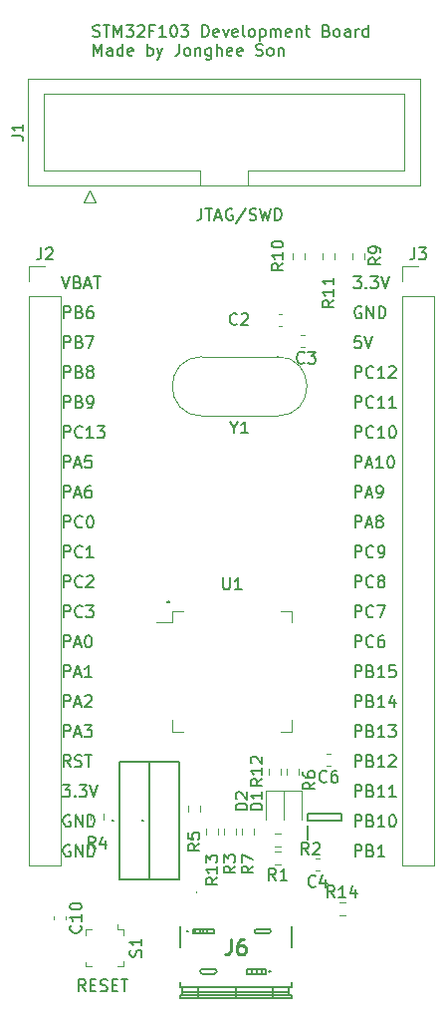
<source format=gbr>
%TF.GenerationSoftware,KiCad,Pcbnew,7.0.9*%
%TF.CreationDate,2023-12-14T15:31:53+09:00*%
%TF.ProjectId,STM32F103_dev_board,53544d33-3246-4313-9033-5f6465765f62,1.2.1*%
%TF.SameCoordinates,Original*%
%TF.FileFunction,Legend,Top*%
%TF.FilePolarity,Positive*%
%FSLAX46Y46*%
G04 Gerber Fmt 4.6, Leading zero omitted, Abs format (unit mm)*
G04 Created by KiCad (PCBNEW 7.0.9) date 2023-12-14 15:31:53*
%MOMM*%
%LPD*%
G01*
G04 APERTURE LIST*
%ADD10C,0.150000*%
%ADD11C,0.254000*%
%ADD12C,0.120000*%
%ADD13C,0.200000*%
%ADD14C,0.100000*%
G04 APERTURE END LIST*
D10*
X155911779Y-114169819D02*
X155911779Y-113169819D01*
X155911779Y-113169819D02*
X156292731Y-113169819D01*
X156292731Y-113169819D02*
X156387969Y-113217438D01*
X156387969Y-113217438D02*
X156435588Y-113265057D01*
X156435588Y-113265057D02*
X156483207Y-113360295D01*
X156483207Y-113360295D02*
X156483207Y-113503152D01*
X156483207Y-113503152D02*
X156435588Y-113598390D01*
X156435588Y-113598390D02*
X156387969Y-113646009D01*
X156387969Y-113646009D02*
X156292731Y-113693628D01*
X156292731Y-113693628D02*
X155911779Y-113693628D01*
X157245112Y-113646009D02*
X157387969Y-113693628D01*
X157387969Y-113693628D02*
X157435588Y-113741247D01*
X157435588Y-113741247D02*
X157483207Y-113836485D01*
X157483207Y-113836485D02*
X157483207Y-113979342D01*
X157483207Y-113979342D02*
X157435588Y-114074580D01*
X157435588Y-114074580D02*
X157387969Y-114122200D01*
X157387969Y-114122200D02*
X157292731Y-114169819D01*
X157292731Y-114169819D02*
X156911779Y-114169819D01*
X156911779Y-114169819D02*
X156911779Y-113169819D01*
X156911779Y-113169819D02*
X157245112Y-113169819D01*
X157245112Y-113169819D02*
X157340350Y-113217438D01*
X157340350Y-113217438D02*
X157387969Y-113265057D01*
X157387969Y-113265057D02*
X157435588Y-113360295D01*
X157435588Y-113360295D02*
X157435588Y-113455533D01*
X157435588Y-113455533D02*
X157387969Y-113550771D01*
X157387969Y-113550771D02*
X157340350Y-113598390D01*
X157340350Y-113598390D02*
X157245112Y-113646009D01*
X157245112Y-113646009D02*
X156911779Y-113646009D01*
X158435588Y-114169819D02*
X157864160Y-114169819D01*
X158149874Y-114169819D02*
X158149874Y-113169819D01*
X158149874Y-113169819D02*
X158054636Y-113312676D01*
X158054636Y-113312676D02*
X157959398Y-113407914D01*
X157959398Y-113407914D02*
X157864160Y-113455533D01*
X159340350Y-113169819D02*
X158864160Y-113169819D01*
X158864160Y-113169819D02*
X158816541Y-113646009D01*
X158816541Y-113646009D02*
X158864160Y-113598390D01*
X158864160Y-113598390D02*
X158959398Y-113550771D01*
X158959398Y-113550771D02*
X159197493Y-113550771D01*
X159197493Y-113550771D02*
X159292731Y-113598390D01*
X159292731Y-113598390D02*
X159340350Y-113646009D01*
X159340350Y-113646009D02*
X159387969Y-113741247D01*
X159387969Y-113741247D02*
X159387969Y-113979342D01*
X159387969Y-113979342D02*
X159340350Y-114074580D01*
X159340350Y-114074580D02*
X159292731Y-114122200D01*
X159292731Y-114122200D02*
X159197493Y-114169819D01*
X159197493Y-114169819D02*
X158959398Y-114169819D01*
X158959398Y-114169819D02*
X158864160Y-114122200D01*
X158864160Y-114122200D02*
X158816541Y-114074580D01*
X131146779Y-119249819D02*
X131146779Y-118249819D01*
X131146779Y-118249819D02*
X131527731Y-118249819D01*
X131527731Y-118249819D02*
X131622969Y-118297438D01*
X131622969Y-118297438D02*
X131670588Y-118345057D01*
X131670588Y-118345057D02*
X131718207Y-118440295D01*
X131718207Y-118440295D02*
X131718207Y-118583152D01*
X131718207Y-118583152D02*
X131670588Y-118678390D01*
X131670588Y-118678390D02*
X131622969Y-118726009D01*
X131622969Y-118726009D02*
X131527731Y-118773628D01*
X131527731Y-118773628D02*
X131146779Y-118773628D01*
X132099160Y-118964104D02*
X132575350Y-118964104D01*
X132003922Y-119249819D02*
X132337255Y-118249819D01*
X132337255Y-118249819D02*
X132670588Y-119249819D01*
X132908684Y-118249819D02*
X133527731Y-118249819D01*
X133527731Y-118249819D02*
X133194398Y-118630771D01*
X133194398Y-118630771D02*
X133337255Y-118630771D01*
X133337255Y-118630771D02*
X133432493Y-118678390D01*
X133432493Y-118678390D02*
X133480112Y-118726009D01*
X133480112Y-118726009D02*
X133527731Y-118821247D01*
X133527731Y-118821247D02*
X133527731Y-119059342D01*
X133527731Y-119059342D02*
X133480112Y-119154580D01*
X133480112Y-119154580D02*
X133432493Y-119202200D01*
X133432493Y-119202200D02*
X133337255Y-119249819D01*
X133337255Y-119249819D02*
X133051541Y-119249819D01*
X133051541Y-119249819D02*
X132956303Y-119202200D01*
X132956303Y-119202200D02*
X132908684Y-119154580D01*
X155911779Y-129409819D02*
X155911779Y-128409819D01*
X155911779Y-128409819D02*
X156292731Y-128409819D01*
X156292731Y-128409819D02*
X156387969Y-128457438D01*
X156387969Y-128457438D02*
X156435588Y-128505057D01*
X156435588Y-128505057D02*
X156483207Y-128600295D01*
X156483207Y-128600295D02*
X156483207Y-128743152D01*
X156483207Y-128743152D02*
X156435588Y-128838390D01*
X156435588Y-128838390D02*
X156387969Y-128886009D01*
X156387969Y-128886009D02*
X156292731Y-128933628D01*
X156292731Y-128933628D02*
X155911779Y-128933628D01*
X157245112Y-128886009D02*
X157387969Y-128933628D01*
X157387969Y-128933628D02*
X157435588Y-128981247D01*
X157435588Y-128981247D02*
X157483207Y-129076485D01*
X157483207Y-129076485D02*
X157483207Y-129219342D01*
X157483207Y-129219342D02*
X157435588Y-129314580D01*
X157435588Y-129314580D02*
X157387969Y-129362200D01*
X157387969Y-129362200D02*
X157292731Y-129409819D01*
X157292731Y-129409819D02*
X156911779Y-129409819D01*
X156911779Y-129409819D02*
X156911779Y-128409819D01*
X156911779Y-128409819D02*
X157245112Y-128409819D01*
X157245112Y-128409819D02*
X157340350Y-128457438D01*
X157340350Y-128457438D02*
X157387969Y-128505057D01*
X157387969Y-128505057D02*
X157435588Y-128600295D01*
X157435588Y-128600295D02*
X157435588Y-128695533D01*
X157435588Y-128695533D02*
X157387969Y-128790771D01*
X157387969Y-128790771D02*
X157340350Y-128838390D01*
X157340350Y-128838390D02*
X157245112Y-128886009D01*
X157245112Y-128886009D02*
X156911779Y-128886009D01*
X158435588Y-129409819D02*
X157864160Y-129409819D01*
X158149874Y-129409819D02*
X158149874Y-128409819D01*
X158149874Y-128409819D02*
X158054636Y-128552676D01*
X158054636Y-128552676D02*
X157959398Y-128647914D01*
X157959398Y-128647914D02*
X157864160Y-128695533D01*
X131146779Y-104009819D02*
X131146779Y-103009819D01*
X131146779Y-103009819D02*
X131527731Y-103009819D01*
X131527731Y-103009819D02*
X131622969Y-103057438D01*
X131622969Y-103057438D02*
X131670588Y-103105057D01*
X131670588Y-103105057D02*
X131718207Y-103200295D01*
X131718207Y-103200295D02*
X131718207Y-103343152D01*
X131718207Y-103343152D02*
X131670588Y-103438390D01*
X131670588Y-103438390D02*
X131622969Y-103486009D01*
X131622969Y-103486009D02*
X131527731Y-103533628D01*
X131527731Y-103533628D02*
X131146779Y-103533628D01*
X132718207Y-103914580D02*
X132670588Y-103962200D01*
X132670588Y-103962200D02*
X132527731Y-104009819D01*
X132527731Y-104009819D02*
X132432493Y-104009819D01*
X132432493Y-104009819D02*
X132289636Y-103962200D01*
X132289636Y-103962200D02*
X132194398Y-103866961D01*
X132194398Y-103866961D02*
X132146779Y-103771723D01*
X132146779Y-103771723D02*
X132099160Y-103581247D01*
X132099160Y-103581247D02*
X132099160Y-103438390D01*
X132099160Y-103438390D02*
X132146779Y-103247914D01*
X132146779Y-103247914D02*
X132194398Y-103152676D01*
X132194398Y-103152676D02*
X132289636Y-103057438D01*
X132289636Y-103057438D02*
X132432493Y-103009819D01*
X132432493Y-103009819D02*
X132527731Y-103009819D01*
X132527731Y-103009819D02*
X132670588Y-103057438D01*
X132670588Y-103057438D02*
X132718207Y-103105057D01*
X133670588Y-104009819D02*
X133099160Y-104009819D01*
X133384874Y-104009819D02*
X133384874Y-103009819D01*
X133384874Y-103009819D02*
X133289636Y-103152676D01*
X133289636Y-103152676D02*
X133194398Y-103247914D01*
X133194398Y-103247914D02*
X133099160Y-103295533D01*
X155911779Y-116709819D02*
X155911779Y-115709819D01*
X155911779Y-115709819D02*
X156292731Y-115709819D01*
X156292731Y-115709819D02*
X156387969Y-115757438D01*
X156387969Y-115757438D02*
X156435588Y-115805057D01*
X156435588Y-115805057D02*
X156483207Y-115900295D01*
X156483207Y-115900295D02*
X156483207Y-116043152D01*
X156483207Y-116043152D02*
X156435588Y-116138390D01*
X156435588Y-116138390D02*
X156387969Y-116186009D01*
X156387969Y-116186009D02*
X156292731Y-116233628D01*
X156292731Y-116233628D02*
X155911779Y-116233628D01*
X157245112Y-116186009D02*
X157387969Y-116233628D01*
X157387969Y-116233628D02*
X157435588Y-116281247D01*
X157435588Y-116281247D02*
X157483207Y-116376485D01*
X157483207Y-116376485D02*
X157483207Y-116519342D01*
X157483207Y-116519342D02*
X157435588Y-116614580D01*
X157435588Y-116614580D02*
X157387969Y-116662200D01*
X157387969Y-116662200D02*
X157292731Y-116709819D01*
X157292731Y-116709819D02*
X156911779Y-116709819D01*
X156911779Y-116709819D02*
X156911779Y-115709819D01*
X156911779Y-115709819D02*
X157245112Y-115709819D01*
X157245112Y-115709819D02*
X157340350Y-115757438D01*
X157340350Y-115757438D02*
X157387969Y-115805057D01*
X157387969Y-115805057D02*
X157435588Y-115900295D01*
X157435588Y-115900295D02*
X157435588Y-115995533D01*
X157435588Y-115995533D02*
X157387969Y-116090771D01*
X157387969Y-116090771D02*
X157340350Y-116138390D01*
X157340350Y-116138390D02*
X157245112Y-116186009D01*
X157245112Y-116186009D02*
X156911779Y-116186009D01*
X158435588Y-116709819D02*
X157864160Y-116709819D01*
X158149874Y-116709819D02*
X158149874Y-115709819D01*
X158149874Y-115709819D02*
X158054636Y-115852676D01*
X158054636Y-115852676D02*
X157959398Y-115947914D01*
X157959398Y-115947914D02*
X157864160Y-115995533D01*
X159292731Y-116043152D02*
X159292731Y-116709819D01*
X159054636Y-115662200D02*
X158816541Y-116376485D01*
X158816541Y-116376485D02*
X159435588Y-116376485D01*
X155911779Y-93849819D02*
X155911779Y-92849819D01*
X155911779Y-92849819D02*
X156292731Y-92849819D01*
X156292731Y-92849819D02*
X156387969Y-92897438D01*
X156387969Y-92897438D02*
X156435588Y-92945057D01*
X156435588Y-92945057D02*
X156483207Y-93040295D01*
X156483207Y-93040295D02*
X156483207Y-93183152D01*
X156483207Y-93183152D02*
X156435588Y-93278390D01*
X156435588Y-93278390D02*
X156387969Y-93326009D01*
X156387969Y-93326009D02*
X156292731Y-93373628D01*
X156292731Y-93373628D02*
X155911779Y-93373628D01*
X157483207Y-93754580D02*
X157435588Y-93802200D01*
X157435588Y-93802200D02*
X157292731Y-93849819D01*
X157292731Y-93849819D02*
X157197493Y-93849819D01*
X157197493Y-93849819D02*
X157054636Y-93802200D01*
X157054636Y-93802200D02*
X156959398Y-93706961D01*
X156959398Y-93706961D02*
X156911779Y-93611723D01*
X156911779Y-93611723D02*
X156864160Y-93421247D01*
X156864160Y-93421247D02*
X156864160Y-93278390D01*
X156864160Y-93278390D02*
X156911779Y-93087914D01*
X156911779Y-93087914D02*
X156959398Y-92992676D01*
X156959398Y-92992676D02*
X157054636Y-92897438D01*
X157054636Y-92897438D02*
X157197493Y-92849819D01*
X157197493Y-92849819D02*
X157292731Y-92849819D01*
X157292731Y-92849819D02*
X157435588Y-92897438D01*
X157435588Y-92897438D02*
X157483207Y-92945057D01*
X158435588Y-93849819D02*
X157864160Y-93849819D01*
X158149874Y-93849819D02*
X158149874Y-92849819D01*
X158149874Y-92849819D02*
X158054636Y-92992676D01*
X158054636Y-92992676D02*
X157959398Y-93087914D01*
X157959398Y-93087914D02*
X157864160Y-93135533D01*
X159054636Y-92849819D02*
X159149874Y-92849819D01*
X159149874Y-92849819D02*
X159245112Y-92897438D01*
X159245112Y-92897438D02*
X159292731Y-92945057D01*
X159292731Y-92945057D02*
X159340350Y-93040295D01*
X159340350Y-93040295D02*
X159387969Y-93230771D01*
X159387969Y-93230771D02*
X159387969Y-93468866D01*
X159387969Y-93468866D02*
X159340350Y-93659342D01*
X159340350Y-93659342D02*
X159292731Y-93754580D01*
X159292731Y-93754580D02*
X159245112Y-93802200D01*
X159245112Y-93802200D02*
X159149874Y-93849819D01*
X159149874Y-93849819D02*
X159054636Y-93849819D01*
X159054636Y-93849819D02*
X158959398Y-93802200D01*
X158959398Y-93802200D02*
X158911779Y-93754580D01*
X158911779Y-93754580D02*
X158864160Y-93659342D01*
X158864160Y-93659342D02*
X158816541Y-93468866D01*
X158816541Y-93468866D02*
X158816541Y-93230771D01*
X158816541Y-93230771D02*
X158864160Y-93040295D01*
X158864160Y-93040295D02*
X158911779Y-92945057D01*
X158911779Y-92945057D02*
X158959398Y-92897438D01*
X158959398Y-92897438D02*
X159054636Y-92849819D01*
X131718207Y-121789819D02*
X131384874Y-121313628D01*
X131146779Y-121789819D02*
X131146779Y-120789819D01*
X131146779Y-120789819D02*
X131527731Y-120789819D01*
X131527731Y-120789819D02*
X131622969Y-120837438D01*
X131622969Y-120837438D02*
X131670588Y-120885057D01*
X131670588Y-120885057D02*
X131718207Y-120980295D01*
X131718207Y-120980295D02*
X131718207Y-121123152D01*
X131718207Y-121123152D02*
X131670588Y-121218390D01*
X131670588Y-121218390D02*
X131622969Y-121266009D01*
X131622969Y-121266009D02*
X131527731Y-121313628D01*
X131527731Y-121313628D02*
X131146779Y-121313628D01*
X132099160Y-121742200D02*
X132242017Y-121789819D01*
X132242017Y-121789819D02*
X132480112Y-121789819D01*
X132480112Y-121789819D02*
X132575350Y-121742200D01*
X132575350Y-121742200D02*
X132622969Y-121694580D01*
X132622969Y-121694580D02*
X132670588Y-121599342D01*
X132670588Y-121599342D02*
X132670588Y-121504104D01*
X132670588Y-121504104D02*
X132622969Y-121408866D01*
X132622969Y-121408866D02*
X132575350Y-121361247D01*
X132575350Y-121361247D02*
X132480112Y-121313628D01*
X132480112Y-121313628D02*
X132289636Y-121266009D01*
X132289636Y-121266009D02*
X132194398Y-121218390D01*
X132194398Y-121218390D02*
X132146779Y-121170771D01*
X132146779Y-121170771D02*
X132099160Y-121075533D01*
X132099160Y-121075533D02*
X132099160Y-120980295D01*
X132099160Y-120980295D02*
X132146779Y-120885057D01*
X132146779Y-120885057D02*
X132194398Y-120837438D01*
X132194398Y-120837438D02*
X132289636Y-120789819D01*
X132289636Y-120789819D02*
X132527731Y-120789819D01*
X132527731Y-120789819D02*
X132670588Y-120837438D01*
X132956303Y-120789819D02*
X133527731Y-120789819D01*
X133242017Y-121789819D02*
X133242017Y-120789819D01*
X131146779Y-109089819D02*
X131146779Y-108089819D01*
X131146779Y-108089819D02*
X131527731Y-108089819D01*
X131527731Y-108089819D02*
X131622969Y-108137438D01*
X131622969Y-108137438D02*
X131670588Y-108185057D01*
X131670588Y-108185057D02*
X131718207Y-108280295D01*
X131718207Y-108280295D02*
X131718207Y-108423152D01*
X131718207Y-108423152D02*
X131670588Y-108518390D01*
X131670588Y-108518390D02*
X131622969Y-108566009D01*
X131622969Y-108566009D02*
X131527731Y-108613628D01*
X131527731Y-108613628D02*
X131146779Y-108613628D01*
X132718207Y-108994580D02*
X132670588Y-109042200D01*
X132670588Y-109042200D02*
X132527731Y-109089819D01*
X132527731Y-109089819D02*
X132432493Y-109089819D01*
X132432493Y-109089819D02*
X132289636Y-109042200D01*
X132289636Y-109042200D02*
X132194398Y-108946961D01*
X132194398Y-108946961D02*
X132146779Y-108851723D01*
X132146779Y-108851723D02*
X132099160Y-108661247D01*
X132099160Y-108661247D02*
X132099160Y-108518390D01*
X132099160Y-108518390D02*
X132146779Y-108327914D01*
X132146779Y-108327914D02*
X132194398Y-108232676D01*
X132194398Y-108232676D02*
X132289636Y-108137438D01*
X132289636Y-108137438D02*
X132432493Y-108089819D01*
X132432493Y-108089819D02*
X132527731Y-108089819D01*
X132527731Y-108089819D02*
X132670588Y-108137438D01*
X132670588Y-108137438D02*
X132718207Y-108185057D01*
X133051541Y-108089819D02*
X133670588Y-108089819D01*
X133670588Y-108089819D02*
X133337255Y-108470771D01*
X133337255Y-108470771D02*
X133480112Y-108470771D01*
X133480112Y-108470771D02*
X133575350Y-108518390D01*
X133575350Y-108518390D02*
X133622969Y-108566009D01*
X133622969Y-108566009D02*
X133670588Y-108661247D01*
X133670588Y-108661247D02*
X133670588Y-108899342D01*
X133670588Y-108899342D02*
X133622969Y-108994580D01*
X133622969Y-108994580D02*
X133575350Y-109042200D01*
X133575350Y-109042200D02*
X133480112Y-109089819D01*
X133480112Y-109089819D02*
X133194398Y-109089819D01*
X133194398Y-109089819D02*
X133099160Y-109042200D01*
X133099160Y-109042200D02*
X133051541Y-108994580D01*
X155911779Y-119249819D02*
X155911779Y-118249819D01*
X155911779Y-118249819D02*
X156292731Y-118249819D01*
X156292731Y-118249819D02*
X156387969Y-118297438D01*
X156387969Y-118297438D02*
X156435588Y-118345057D01*
X156435588Y-118345057D02*
X156483207Y-118440295D01*
X156483207Y-118440295D02*
X156483207Y-118583152D01*
X156483207Y-118583152D02*
X156435588Y-118678390D01*
X156435588Y-118678390D02*
X156387969Y-118726009D01*
X156387969Y-118726009D02*
X156292731Y-118773628D01*
X156292731Y-118773628D02*
X155911779Y-118773628D01*
X157245112Y-118726009D02*
X157387969Y-118773628D01*
X157387969Y-118773628D02*
X157435588Y-118821247D01*
X157435588Y-118821247D02*
X157483207Y-118916485D01*
X157483207Y-118916485D02*
X157483207Y-119059342D01*
X157483207Y-119059342D02*
X157435588Y-119154580D01*
X157435588Y-119154580D02*
X157387969Y-119202200D01*
X157387969Y-119202200D02*
X157292731Y-119249819D01*
X157292731Y-119249819D02*
X156911779Y-119249819D01*
X156911779Y-119249819D02*
X156911779Y-118249819D01*
X156911779Y-118249819D02*
X157245112Y-118249819D01*
X157245112Y-118249819D02*
X157340350Y-118297438D01*
X157340350Y-118297438D02*
X157387969Y-118345057D01*
X157387969Y-118345057D02*
X157435588Y-118440295D01*
X157435588Y-118440295D02*
X157435588Y-118535533D01*
X157435588Y-118535533D02*
X157387969Y-118630771D01*
X157387969Y-118630771D02*
X157340350Y-118678390D01*
X157340350Y-118678390D02*
X157245112Y-118726009D01*
X157245112Y-118726009D02*
X156911779Y-118726009D01*
X158435588Y-119249819D02*
X157864160Y-119249819D01*
X158149874Y-119249819D02*
X158149874Y-118249819D01*
X158149874Y-118249819D02*
X158054636Y-118392676D01*
X158054636Y-118392676D02*
X157959398Y-118487914D01*
X157959398Y-118487914D02*
X157864160Y-118535533D01*
X158768922Y-118249819D02*
X159387969Y-118249819D01*
X159387969Y-118249819D02*
X159054636Y-118630771D01*
X159054636Y-118630771D02*
X159197493Y-118630771D01*
X159197493Y-118630771D02*
X159292731Y-118678390D01*
X159292731Y-118678390D02*
X159340350Y-118726009D01*
X159340350Y-118726009D02*
X159387969Y-118821247D01*
X159387969Y-118821247D02*
X159387969Y-119059342D01*
X159387969Y-119059342D02*
X159340350Y-119154580D01*
X159340350Y-119154580D02*
X159292731Y-119202200D01*
X159292731Y-119202200D02*
X159197493Y-119249819D01*
X159197493Y-119249819D02*
X158911779Y-119249819D01*
X158911779Y-119249819D02*
X158816541Y-119202200D01*
X158816541Y-119202200D02*
X158768922Y-119154580D01*
X131146779Y-83689819D02*
X131146779Y-82689819D01*
X131146779Y-82689819D02*
X131527731Y-82689819D01*
X131527731Y-82689819D02*
X131622969Y-82737438D01*
X131622969Y-82737438D02*
X131670588Y-82785057D01*
X131670588Y-82785057D02*
X131718207Y-82880295D01*
X131718207Y-82880295D02*
X131718207Y-83023152D01*
X131718207Y-83023152D02*
X131670588Y-83118390D01*
X131670588Y-83118390D02*
X131622969Y-83166009D01*
X131622969Y-83166009D02*
X131527731Y-83213628D01*
X131527731Y-83213628D02*
X131146779Y-83213628D01*
X132480112Y-83166009D02*
X132622969Y-83213628D01*
X132622969Y-83213628D02*
X132670588Y-83261247D01*
X132670588Y-83261247D02*
X132718207Y-83356485D01*
X132718207Y-83356485D02*
X132718207Y-83499342D01*
X132718207Y-83499342D02*
X132670588Y-83594580D01*
X132670588Y-83594580D02*
X132622969Y-83642200D01*
X132622969Y-83642200D02*
X132527731Y-83689819D01*
X132527731Y-83689819D02*
X132146779Y-83689819D01*
X132146779Y-83689819D02*
X132146779Y-82689819D01*
X132146779Y-82689819D02*
X132480112Y-82689819D01*
X132480112Y-82689819D02*
X132575350Y-82737438D01*
X132575350Y-82737438D02*
X132622969Y-82785057D01*
X132622969Y-82785057D02*
X132670588Y-82880295D01*
X132670588Y-82880295D02*
X132670588Y-82975533D01*
X132670588Y-82975533D02*
X132622969Y-83070771D01*
X132622969Y-83070771D02*
X132575350Y-83118390D01*
X132575350Y-83118390D02*
X132480112Y-83166009D01*
X132480112Y-83166009D02*
X132146779Y-83166009D01*
X133575350Y-82689819D02*
X133384874Y-82689819D01*
X133384874Y-82689819D02*
X133289636Y-82737438D01*
X133289636Y-82737438D02*
X133242017Y-82785057D01*
X133242017Y-82785057D02*
X133146779Y-82927914D01*
X133146779Y-82927914D02*
X133099160Y-83118390D01*
X133099160Y-83118390D02*
X133099160Y-83499342D01*
X133099160Y-83499342D02*
X133146779Y-83594580D01*
X133146779Y-83594580D02*
X133194398Y-83642200D01*
X133194398Y-83642200D02*
X133289636Y-83689819D01*
X133289636Y-83689819D02*
X133480112Y-83689819D01*
X133480112Y-83689819D02*
X133575350Y-83642200D01*
X133575350Y-83642200D02*
X133622969Y-83594580D01*
X133622969Y-83594580D02*
X133670588Y-83499342D01*
X133670588Y-83499342D02*
X133670588Y-83261247D01*
X133670588Y-83261247D02*
X133622969Y-83166009D01*
X133622969Y-83166009D02*
X133575350Y-83118390D01*
X133575350Y-83118390D02*
X133480112Y-83070771D01*
X133480112Y-83070771D02*
X133289636Y-83070771D01*
X133289636Y-83070771D02*
X133194398Y-83118390D01*
X133194398Y-83118390D02*
X133146779Y-83166009D01*
X133146779Y-83166009D02*
X133099160Y-83261247D01*
X131146779Y-91309819D02*
X131146779Y-90309819D01*
X131146779Y-90309819D02*
X131527731Y-90309819D01*
X131527731Y-90309819D02*
X131622969Y-90357438D01*
X131622969Y-90357438D02*
X131670588Y-90405057D01*
X131670588Y-90405057D02*
X131718207Y-90500295D01*
X131718207Y-90500295D02*
X131718207Y-90643152D01*
X131718207Y-90643152D02*
X131670588Y-90738390D01*
X131670588Y-90738390D02*
X131622969Y-90786009D01*
X131622969Y-90786009D02*
X131527731Y-90833628D01*
X131527731Y-90833628D02*
X131146779Y-90833628D01*
X132480112Y-90786009D02*
X132622969Y-90833628D01*
X132622969Y-90833628D02*
X132670588Y-90881247D01*
X132670588Y-90881247D02*
X132718207Y-90976485D01*
X132718207Y-90976485D02*
X132718207Y-91119342D01*
X132718207Y-91119342D02*
X132670588Y-91214580D01*
X132670588Y-91214580D02*
X132622969Y-91262200D01*
X132622969Y-91262200D02*
X132527731Y-91309819D01*
X132527731Y-91309819D02*
X132146779Y-91309819D01*
X132146779Y-91309819D02*
X132146779Y-90309819D01*
X132146779Y-90309819D02*
X132480112Y-90309819D01*
X132480112Y-90309819D02*
X132575350Y-90357438D01*
X132575350Y-90357438D02*
X132622969Y-90405057D01*
X132622969Y-90405057D02*
X132670588Y-90500295D01*
X132670588Y-90500295D02*
X132670588Y-90595533D01*
X132670588Y-90595533D02*
X132622969Y-90690771D01*
X132622969Y-90690771D02*
X132575350Y-90738390D01*
X132575350Y-90738390D02*
X132480112Y-90786009D01*
X132480112Y-90786009D02*
X132146779Y-90786009D01*
X133194398Y-91309819D02*
X133384874Y-91309819D01*
X133384874Y-91309819D02*
X133480112Y-91262200D01*
X133480112Y-91262200D02*
X133527731Y-91214580D01*
X133527731Y-91214580D02*
X133622969Y-91071723D01*
X133622969Y-91071723D02*
X133670588Y-90881247D01*
X133670588Y-90881247D02*
X133670588Y-90500295D01*
X133670588Y-90500295D02*
X133622969Y-90405057D01*
X133622969Y-90405057D02*
X133575350Y-90357438D01*
X133575350Y-90357438D02*
X133480112Y-90309819D01*
X133480112Y-90309819D02*
X133289636Y-90309819D01*
X133289636Y-90309819D02*
X133194398Y-90357438D01*
X133194398Y-90357438D02*
X133146779Y-90405057D01*
X133146779Y-90405057D02*
X133099160Y-90500295D01*
X133099160Y-90500295D02*
X133099160Y-90738390D01*
X133099160Y-90738390D02*
X133146779Y-90833628D01*
X133146779Y-90833628D02*
X133194398Y-90881247D01*
X133194398Y-90881247D02*
X133289636Y-90928866D01*
X133289636Y-90928866D02*
X133480112Y-90928866D01*
X133480112Y-90928866D02*
X133575350Y-90881247D01*
X133575350Y-90881247D02*
X133622969Y-90833628D01*
X133622969Y-90833628D02*
X133670588Y-90738390D01*
X131003922Y-80149819D02*
X131337255Y-81149819D01*
X131337255Y-81149819D02*
X131670588Y-80149819D01*
X132337255Y-80626009D02*
X132480112Y-80673628D01*
X132480112Y-80673628D02*
X132527731Y-80721247D01*
X132527731Y-80721247D02*
X132575350Y-80816485D01*
X132575350Y-80816485D02*
X132575350Y-80959342D01*
X132575350Y-80959342D02*
X132527731Y-81054580D01*
X132527731Y-81054580D02*
X132480112Y-81102200D01*
X132480112Y-81102200D02*
X132384874Y-81149819D01*
X132384874Y-81149819D02*
X132003922Y-81149819D01*
X132003922Y-81149819D02*
X132003922Y-80149819D01*
X132003922Y-80149819D02*
X132337255Y-80149819D01*
X132337255Y-80149819D02*
X132432493Y-80197438D01*
X132432493Y-80197438D02*
X132480112Y-80245057D01*
X132480112Y-80245057D02*
X132527731Y-80340295D01*
X132527731Y-80340295D02*
X132527731Y-80435533D01*
X132527731Y-80435533D02*
X132480112Y-80530771D01*
X132480112Y-80530771D02*
X132432493Y-80578390D01*
X132432493Y-80578390D02*
X132337255Y-80626009D01*
X132337255Y-80626009D02*
X132003922Y-80626009D01*
X132956303Y-80864104D02*
X133432493Y-80864104D01*
X132861065Y-81149819D02*
X133194398Y-80149819D01*
X133194398Y-80149819D02*
X133527731Y-81149819D01*
X133718208Y-80149819D02*
X134289636Y-80149819D01*
X134003922Y-81149819D02*
X134003922Y-80149819D01*
X155911779Y-101469819D02*
X155911779Y-100469819D01*
X155911779Y-100469819D02*
X156292731Y-100469819D01*
X156292731Y-100469819D02*
X156387969Y-100517438D01*
X156387969Y-100517438D02*
X156435588Y-100565057D01*
X156435588Y-100565057D02*
X156483207Y-100660295D01*
X156483207Y-100660295D02*
X156483207Y-100803152D01*
X156483207Y-100803152D02*
X156435588Y-100898390D01*
X156435588Y-100898390D02*
X156387969Y-100946009D01*
X156387969Y-100946009D02*
X156292731Y-100993628D01*
X156292731Y-100993628D02*
X155911779Y-100993628D01*
X156864160Y-101184104D02*
X157340350Y-101184104D01*
X156768922Y-101469819D02*
X157102255Y-100469819D01*
X157102255Y-100469819D02*
X157435588Y-101469819D01*
X157911779Y-100898390D02*
X157816541Y-100850771D01*
X157816541Y-100850771D02*
X157768922Y-100803152D01*
X157768922Y-100803152D02*
X157721303Y-100707914D01*
X157721303Y-100707914D02*
X157721303Y-100660295D01*
X157721303Y-100660295D02*
X157768922Y-100565057D01*
X157768922Y-100565057D02*
X157816541Y-100517438D01*
X157816541Y-100517438D02*
X157911779Y-100469819D01*
X157911779Y-100469819D02*
X158102255Y-100469819D01*
X158102255Y-100469819D02*
X158197493Y-100517438D01*
X158197493Y-100517438D02*
X158245112Y-100565057D01*
X158245112Y-100565057D02*
X158292731Y-100660295D01*
X158292731Y-100660295D02*
X158292731Y-100707914D01*
X158292731Y-100707914D02*
X158245112Y-100803152D01*
X158245112Y-100803152D02*
X158197493Y-100850771D01*
X158197493Y-100850771D02*
X158102255Y-100898390D01*
X158102255Y-100898390D02*
X157911779Y-100898390D01*
X157911779Y-100898390D02*
X157816541Y-100946009D01*
X157816541Y-100946009D02*
X157768922Y-100993628D01*
X157768922Y-100993628D02*
X157721303Y-101088866D01*
X157721303Y-101088866D02*
X157721303Y-101279342D01*
X157721303Y-101279342D02*
X157768922Y-101374580D01*
X157768922Y-101374580D02*
X157816541Y-101422200D01*
X157816541Y-101422200D02*
X157911779Y-101469819D01*
X157911779Y-101469819D02*
X158102255Y-101469819D01*
X158102255Y-101469819D02*
X158197493Y-101422200D01*
X158197493Y-101422200D02*
X158245112Y-101374580D01*
X158245112Y-101374580D02*
X158292731Y-101279342D01*
X158292731Y-101279342D02*
X158292731Y-101088866D01*
X158292731Y-101088866D02*
X158245112Y-100993628D01*
X158245112Y-100993628D02*
X158197493Y-100946009D01*
X158197493Y-100946009D02*
X158102255Y-100898390D01*
X131146779Y-93849819D02*
X131146779Y-92849819D01*
X131146779Y-92849819D02*
X131527731Y-92849819D01*
X131527731Y-92849819D02*
X131622969Y-92897438D01*
X131622969Y-92897438D02*
X131670588Y-92945057D01*
X131670588Y-92945057D02*
X131718207Y-93040295D01*
X131718207Y-93040295D02*
X131718207Y-93183152D01*
X131718207Y-93183152D02*
X131670588Y-93278390D01*
X131670588Y-93278390D02*
X131622969Y-93326009D01*
X131622969Y-93326009D02*
X131527731Y-93373628D01*
X131527731Y-93373628D02*
X131146779Y-93373628D01*
X132718207Y-93754580D02*
X132670588Y-93802200D01*
X132670588Y-93802200D02*
X132527731Y-93849819D01*
X132527731Y-93849819D02*
X132432493Y-93849819D01*
X132432493Y-93849819D02*
X132289636Y-93802200D01*
X132289636Y-93802200D02*
X132194398Y-93706961D01*
X132194398Y-93706961D02*
X132146779Y-93611723D01*
X132146779Y-93611723D02*
X132099160Y-93421247D01*
X132099160Y-93421247D02*
X132099160Y-93278390D01*
X132099160Y-93278390D02*
X132146779Y-93087914D01*
X132146779Y-93087914D02*
X132194398Y-92992676D01*
X132194398Y-92992676D02*
X132289636Y-92897438D01*
X132289636Y-92897438D02*
X132432493Y-92849819D01*
X132432493Y-92849819D02*
X132527731Y-92849819D01*
X132527731Y-92849819D02*
X132670588Y-92897438D01*
X132670588Y-92897438D02*
X132718207Y-92945057D01*
X133670588Y-93849819D02*
X133099160Y-93849819D01*
X133384874Y-93849819D02*
X133384874Y-92849819D01*
X133384874Y-92849819D02*
X133289636Y-92992676D01*
X133289636Y-92992676D02*
X133194398Y-93087914D01*
X133194398Y-93087914D02*
X133099160Y-93135533D01*
X134003922Y-92849819D02*
X134622969Y-92849819D01*
X134622969Y-92849819D02*
X134289636Y-93230771D01*
X134289636Y-93230771D02*
X134432493Y-93230771D01*
X134432493Y-93230771D02*
X134527731Y-93278390D01*
X134527731Y-93278390D02*
X134575350Y-93326009D01*
X134575350Y-93326009D02*
X134622969Y-93421247D01*
X134622969Y-93421247D02*
X134622969Y-93659342D01*
X134622969Y-93659342D02*
X134575350Y-93754580D01*
X134575350Y-93754580D02*
X134527731Y-93802200D01*
X134527731Y-93802200D02*
X134432493Y-93849819D01*
X134432493Y-93849819D02*
X134146779Y-93849819D01*
X134146779Y-93849819D02*
X134051541Y-93802200D01*
X134051541Y-93802200D02*
X134003922Y-93754580D01*
X155911779Y-98929819D02*
X155911779Y-97929819D01*
X155911779Y-97929819D02*
X156292731Y-97929819D01*
X156292731Y-97929819D02*
X156387969Y-97977438D01*
X156387969Y-97977438D02*
X156435588Y-98025057D01*
X156435588Y-98025057D02*
X156483207Y-98120295D01*
X156483207Y-98120295D02*
X156483207Y-98263152D01*
X156483207Y-98263152D02*
X156435588Y-98358390D01*
X156435588Y-98358390D02*
X156387969Y-98406009D01*
X156387969Y-98406009D02*
X156292731Y-98453628D01*
X156292731Y-98453628D02*
X155911779Y-98453628D01*
X156864160Y-98644104D02*
X157340350Y-98644104D01*
X156768922Y-98929819D02*
X157102255Y-97929819D01*
X157102255Y-97929819D02*
X157435588Y-98929819D01*
X157816541Y-98929819D02*
X158007017Y-98929819D01*
X158007017Y-98929819D02*
X158102255Y-98882200D01*
X158102255Y-98882200D02*
X158149874Y-98834580D01*
X158149874Y-98834580D02*
X158245112Y-98691723D01*
X158245112Y-98691723D02*
X158292731Y-98501247D01*
X158292731Y-98501247D02*
X158292731Y-98120295D01*
X158292731Y-98120295D02*
X158245112Y-98025057D01*
X158245112Y-98025057D02*
X158197493Y-97977438D01*
X158197493Y-97977438D02*
X158102255Y-97929819D01*
X158102255Y-97929819D02*
X157911779Y-97929819D01*
X157911779Y-97929819D02*
X157816541Y-97977438D01*
X157816541Y-97977438D02*
X157768922Y-98025057D01*
X157768922Y-98025057D02*
X157721303Y-98120295D01*
X157721303Y-98120295D02*
X157721303Y-98358390D01*
X157721303Y-98358390D02*
X157768922Y-98453628D01*
X157768922Y-98453628D02*
X157816541Y-98501247D01*
X157816541Y-98501247D02*
X157911779Y-98548866D01*
X157911779Y-98548866D02*
X158102255Y-98548866D01*
X158102255Y-98548866D02*
X158197493Y-98501247D01*
X158197493Y-98501247D02*
X158245112Y-98453628D01*
X158245112Y-98453628D02*
X158292731Y-98358390D01*
X140036779Y-107724580D02*
X140084398Y-107772200D01*
X140084398Y-107772200D02*
X140036779Y-107819819D01*
X140036779Y-107819819D02*
X139989160Y-107772200D01*
X139989160Y-107772200D02*
X140036779Y-107724580D01*
X140036779Y-107724580D02*
X140036779Y-107819819D01*
X132988207Y-140839819D02*
X132654874Y-140363628D01*
X132416779Y-140839819D02*
X132416779Y-139839819D01*
X132416779Y-139839819D02*
X132797731Y-139839819D01*
X132797731Y-139839819D02*
X132892969Y-139887438D01*
X132892969Y-139887438D02*
X132940588Y-139935057D01*
X132940588Y-139935057D02*
X132988207Y-140030295D01*
X132988207Y-140030295D02*
X132988207Y-140173152D01*
X132988207Y-140173152D02*
X132940588Y-140268390D01*
X132940588Y-140268390D02*
X132892969Y-140316009D01*
X132892969Y-140316009D02*
X132797731Y-140363628D01*
X132797731Y-140363628D02*
X132416779Y-140363628D01*
X133416779Y-140316009D02*
X133750112Y-140316009D01*
X133892969Y-140839819D02*
X133416779Y-140839819D01*
X133416779Y-140839819D02*
X133416779Y-139839819D01*
X133416779Y-139839819D02*
X133892969Y-139839819D01*
X134273922Y-140792200D02*
X134416779Y-140839819D01*
X134416779Y-140839819D02*
X134654874Y-140839819D01*
X134654874Y-140839819D02*
X134750112Y-140792200D01*
X134750112Y-140792200D02*
X134797731Y-140744580D01*
X134797731Y-140744580D02*
X134845350Y-140649342D01*
X134845350Y-140649342D02*
X134845350Y-140554104D01*
X134845350Y-140554104D02*
X134797731Y-140458866D01*
X134797731Y-140458866D02*
X134750112Y-140411247D01*
X134750112Y-140411247D02*
X134654874Y-140363628D01*
X134654874Y-140363628D02*
X134464398Y-140316009D01*
X134464398Y-140316009D02*
X134369160Y-140268390D01*
X134369160Y-140268390D02*
X134321541Y-140220771D01*
X134321541Y-140220771D02*
X134273922Y-140125533D01*
X134273922Y-140125533D02*
X134273922Y-140030295D01*
X134273922Y-140030295D02*
X134321541Y-139935057D01*
X134321541Y-139935057D02*
X134369160Y-139887438D01*
X134369160Y-139887438D02*
X134464398Y-139839819D01*
X134464398Y-139839819D02*
X134702493Y-139839819D01*
X134702493Y-139839819D02*
X134845350Y-139887438D01*
X135273922Y-140316009D02*
X135607255Y-140316009D01*
X135750112Y-140839819D02*
X135273922Y-140839819D01*
X135273922Y-140839819D02*
X135273922Y-139839819D01*
X135273922Y-139839819D02*
X135750112Y-139839819D01*
X136035827Y-139839819D02*
X136607255Y-139839819D01*
X136321541Y-140839819D02*
X136321541Y-139839819D01*
X131146779Y-86229819D02*
X131146779Y-85229819D01*
X131146779Y-85229819D02*
X131527731Y-85229819D01*
X131527731Y-85229819D02*
X131622969Y-85277438D01*
X131622969Y-85277438D02*
X131670588Y-85325057D01*
X131670588Y-85325057D02*
X131718207Y-85420295D01*
X131718207Y-85420295D02*
X131718207Y-85563152D01*
X131718207Y-85563152D02*
X131670588Y-85658390D01*
X131670588Y-85658390D02*
X131622969Y-85706009D01*
X131622969Y-85706009D02*
X131527731Y-85753628D01*
X131527731Y-85753628D02*
X131146779Y-85753628D01*
X132480112Y-85706009D02*
X132622969Y-85753628D01*
X132622969Y-85753628D02*
X132670588Y-85801247D01*
X132670588Y-85801247D02*
X132718207Y-85896485D01*
X132718207Y-85896485D02*
X132718207Y-86039342D01*
X132718207Y-86039342D02*
X132670588Y-86134580D01*
X132670588Y-86134580D02*
X132622969Y-86182200D01*
X132622969Y-86182200D02*
X132527731Y-86229819D01*
X132527731Y-86229819D02*
X132146779Y-86229819D01*
X132146779Y-86229819D02*
X132146779Y-85229819D01*
X132146779Y-85229819D02*
X132480112Y-85229819D01*
X132480112Y-85229819D02*
X132575350Y-85277438D01*
X132575350Y-85277438D02*
X132622969Y-85325057D01*
X132622969Y-85325057D02*
X132670588Y-85420295D01*
X132670588Y-85420295D02*
X132670588Y-85515533D01*
X132670588Y-85515533D02*
X132622969Y-85610771D01*
X132622969Y-85610771D02*
X132575350Y-85658390D01*
X132575350Y-85658390D02*
X132480112Y-85706009D01*
X132480112Y-85706009D02*
X132146779Y-85706009D01*
X133051541Y-85229819D02*
X133718207Y-85229819D01*
X133718207Y-85229819D02*
X133289636Y-86229819D01*
X155911779Y-121789819D02*
X155911779Y-120789819D01*
X155911779Y-120789819D02*
X156292731Y-120789819D01*
X156292731Y-120789819D02*
X156387969Y-120837438D01*
X156387969Y-120837438D02*
X156435588Y-120885057D01*
X156435588Y-120885057D02*
X156483207Y-120980295D01*
X156483207Y-120980295D02*
X156483207Y-121123152D01*
X156483207Y-121123152D02*
X156435588Y-121218390D01*
X156435588Y-121218390D02*
X156387969Y-121266009D01*
X156387969Y-121266009D02*
X156292731Y-121313628D01*
X156292731Y-121313628D02*
X155911779Y-121313628D01*
X157245112Y-121266009D02*
X157387969Y-121313628D01*
X157387969Y-121313628D02*
X157435588Y-121361247D01*
X157435588Y-121361247D02*
X157483207Y-121456485D01*
X157483207Y-121456485D02*
X157483207Y-121599342D01*
X157483207Y-121599342D02*
X157435588Y-121694580D01*
X157435588Y-121694580D02*
X157387969Y-121742200D01*
X157387969Y-121742200D02*
X157292731Y-121789819D01*
X157292731Y-121789819D02*
X156911779Y-121789819D01*
X156911779Y-121789819D02*
X156911779Y-120789819D01*
X156911779Y-120789819D02*
X157245112Y-120789819D01*
X157245112Y-120789819D02*
X157340350Y-120837438D01*
X157340350Y-120837438D02*
X157387969Y-120885057D01*
X157387969Y-120885057D02*
X157435588Y-120980295D01*
X157435588Y-120980295D02*
X157435588Y-121075533D01*
X157435588Y-121075533D02*
X157387969Y-121170771D01*
X157387969Y-121170771D02*
X157340350Y-121218390D01*
X157340350Y-121218390D02*
X157245112Y-121266009D01*
X157245112Y-121266009D02*
X156911779Y-121266009D01*
X158435588Y-121789819D02*
X157864160Y-121789819D01*
X158149874Y-121789819D02*
X158149874Y-120789819D01*
X158149874Y-120789819D02*
X158054636Y-120932676D01*
X158054636Y-120932676D02*
X157959398Y-121027914D01*
X157959398Y-121027914D02*
X157864160Y-121075533D01*
X158816541Y-120885057D02*
X158864160Y-120837438D01*
X158864160Y-120837438D02*
X158959398Y-120789819D01*
X158959398Y-120789819D02*
X159197493Y-120789819D01*
X159197493Y-120789819D02*
X159292731Y-120837438D01*
X159292731Y-120837438D02*
X159340350Y-120885057D01*
X159340350Y-120885057D02*
X159387969Y-120980295D01*
X159387969Y-120980295D02*
X159387969Y-121075533D01*
X159387969Y-121075533D02*
X159340350Y-121218390D01*
X159340350Y-121218390D02*
X158768922Y-121789819D01*
X158768922Y-121789819D02*
X159387969Y-121789819D01*
X155911779Y-88769819D02*
X155911779Y-87769819D01*
X155911779Y-87769819D02*
X156292731Y-87769819D01*
X156292731Y-87769819D02*
X156387969Y-87817438D01*
X156387969Y-87817438D02*
X156435588Y-87865057D01*
X156435588Y-87865057D02*
X156483207Y-87960295D01*
X156483207Y-87960295D02*
X156483207Y-88103152D01*
X156483207Y-88103152D02*
X156435588Y-88198390D01*
X156435588Y-88198390D02*
X156387969Y-88246009D01*
X156387969Y-88246009D02*
X156292731Y-88293628D01*
X156292731Y-88293628D02*
X155911779Y-88293628D01*
X157483207Y-88674580D02*
X157435588Y-88722200D01*
X157435588Y-88722200D02*
X157292731Y-88769819D01*
X157292731Y-88769819D02*
X157197493Y-88769819D01*
X157197493Y-88769819D02*
X157054636Y-88722200D01*
X157054636Y-88722200D02*
X156959398Y-88626961D01*
X156959398Y-88626961D02*
X156911779Y-88531723D01*
X156911779Y-88531723D02*
X156864160Y-88341247D01*
X156864160Y-88341247D02*
X156864160Y-88198390D01*
X156864160Y-88198390D02*
X156911779Y-88007914D01*
X156911779Y-88007914D02*
X156959398Y-87912676D01*
X156959398Y-87912676D02*
X157054636Y-87817438D01*
X157054636Y-87817438D02*
X157197493Y-87769819D01*
X157197493Y-87769819D02*
X157292731Y-87769819D01*
X157292731Y-87769819D02*
X157435588Y-87817438D01*
X157435588Y-87817438D02*
X157483207Y-87865057D01*
X158435588Y-88769819D02*
X157864160Y-88769819D01*
X158149874Y-88769819D02*
X158149874Y-87769819D01*
X158149874Y-87769819D02*
X158054636Y-87912676D01*
X158054636Y-87912676D02*
X157959398Y-88007914D01*
X157959398Y-88007914D02*
X157864160Y-88055533D01*
X158816541Y-87865057D02*
X158864160Y-87817438D01*
X158864160Y-87817438D02*
X158959398Y-87769819D01*
X158959398Y-87769819D02*
X159197493Y-87769819D01*
X159197493Y-87769819D02*
X159292731Y-87817438D01*
X159292731Y-87817438D02*
X159340350Y-87865057D01*
X159340350Y-87865057D02*
X159387969Y-87960295D01*
X159387969Y-87960295D02*
X159387969Y-88055533D01*
X159387969Y-88055533D02*
X159340350Y-88198390D01*
X159340350Y-88198390D02*
X158768922Y-88769819D01*
X158768922Y-88769819D02*
X159387969Y-88769819D01*
X155911779Y-124329819D02*
X155911779Y-123329819D01*
X155911779Y-123329819D02*
X156292731Y-123329819D01*
X156292731Y-123329819D02*
X156387969Y-123377438D01*
X156387969Y-123377438D02*
X156435588Y-123425057D01*
X156435588Y-123425057D02*
X156483207Y-123520295D01*
X156483207Y-123520295D02*
X156483207Y-123663152D01*
X156483207Y-123663152D02*
X156435588Y-123758390D01*
X156435588Y-123758390D02*
X156387969Y-123806009D01*
X156387969Y-123806009D02*
X156292731Y-123853628D01*
X156292731Y-123853628D02*
X155911779Y-123853628D01*
X157245112Y-123806009D02*
X157387969Y-123853628D01*
X157387969Y-123853628D02*
X157435588Y-123901247D01*
X157435588Y-123901247D02*
X157483207Y-123996485D01*
X157483207Y-123996485D02*
X157483207Y-124139342D01*
X157483207Y-124139342D02*
X157435588Y-124234580D01*
X157435588Y-124234580D02*
X157387969Y-124282200D01*
X157387969Y-124282200D02*
X157292731Y-124329819D01*
X157292731Y-124329819D02*
X156911779Y-124329819D01*
X156911779Y-124329819D02*
X156911779Y-123329819D01*
X156911779Y-123329819D02*
X157245112Y-123329819D01*
X157245112Y-123329819D02*
X157340350Y-123377438D01*
X157340350Y-123377438D02*
X157387969Y-123425057D01*
X157387969Y-123425057D02*
X157435588Y-123520295D01*
X157435588Y-123520295D02*
X157435588Y-123615533D01*
X157435588Y-123615533D02*
X157387969Y-123710771D01*
X157387969Y-123710771D02*
X157340350Y-123758390D01*
X157340350Y-123758390D02*
X157245112Y-123806009D01*
X157245112Y-123806009D02*
X156911779Y-123806009D01*
X158435588Y-124329819D02*
X157864160Y-124329819D01*
X158149874Y-124329819D02*
X158149874Y-123329819D01*
X158149874Y-123329819D02*
X158054636Y-123472676D01*
X158054636Y-123472676D02*
X157959398Y-123567914D01*
X157959398Y-123567914D02*
X157864160Y-123615533D01*
X159387969Y-124329819D02*
X158816541Y-124329819D01*
X159102255Y-124329819D02*
X159102255Y-123329819D01*
X159102255Y-123329819D02*
X159007017Y-123472676D01*
X159007017Y-123472676D02*
X158911779Y-123567914D01*
X158911779Y-123567914D02*
X158816541Y-123615533D01*
X142862493Y-74379819D02*
X142862493Y-75094104D01*
X142862493Y-75094104D02*
X142814874Y-75236961D01*
X142814874Y-75236961D02*
X142719636Y-75332200D01*
X142719636Y-75332200D02*
X142576779Y-75379819D01*
X142576779Y-75379819D02*
X142481541Y-75379819D01*
X143195827Y-74379819D02*
X143767255Y-74379819D01*
X143481541Y-75379819D02*
X143481541Y-74379819D01*
X144052970Y-75094104D02*
X144529160Y-75094104D01*
X143957732Y-75379819D02*
X144291065Y-74379819D01*
X144291065Y-74379819D02*
X144624398Y-75379819D01*
X145481541Y-74427438D02*
X145386303Y-74379819D01*
X145386303Y-74379819D02*
X145243446Y-74379819D01*
X145243446Y-74379819D02*
X145100589Y-74427438D01*
X145100589Y-74427438D02*
X145005351Y-74522676D01*
X145005351Y-74522676D02*
X144957732Y-74617914D01*
X144957732Y-74617914D02*
X144910113Y-74808390D01*
X144910113Y-74808390D02*
X144910113Y-74951247D01*
X144910113Y-74951247D02*
X144957732Y-75141723D01*
X144957732Y-75141723D02*
X145005351Y-75236961D01*
X145005351Y-75236961D02*
X145100589Y-75332200D01*
X145100589Y-75332200D02*
X145243446Y-75379819D01*
X145243446Y-75379819D02*
X145338684Y-75379819D01*
X145338684Y-75379819D02*
X145481541Y-75332200D01*
X145481541Y-75332200D02*
X145529160Y-75284580D01*
X145529160Y-75284580D02*
X145529160Y-74951247D01*
X145529160Y-74951247D02*
X145338684Y-74951247D01*
X146672017Y-74332200D02*
X145814875Y-75617914D01*
X146957732Y-75332200D02*
X147100589Y-75379819D01*
X147100589Y-75379819D02*
X147338684Y-75379819D01*
X147338684Y-75379819D02*
X147433922Y-75332200D01*
X147433922Y-75332200D02*
X147481541Y-75284580D01*
X147481541Y-75284580D02*
X147529160Y-75189342D01*
X147529160Y-75189342D02*
X147529160Y-75094104D01*
X147529160Y-75094104D02*
X147481541Y-74998866D01*
X147481541Y-74998866D02*
X147433922Y-74951247D01*
X147433922Y-74951247D02*
X147338684Y-74903628D01*
X147338684Y-74903628D02*
X147148208Y-74856009D01*
X147148208Y-74856009D02*
X147052970Y-74808390D01*
X147052970Y-74808390D02*
X147005351Y-74760771D01*
X147005351Y-74760771D02*
X146957732Y-74665533D01*
X146957732Y-74665533D02*
X146957732Y-74570295D01*
X146957732Y-74570295D02*
X147005351Y-74475057D01*
X147005351Y-74475057D02*
X147052970Y-74427438D01*
X147052970Y-74427438D02*
X147148208Y-74379819D01*
X147148208Y-74379819D02*
X147386303Y-74379819D01*
X147386303Y-74379819D02*
X147529160Y-74427438D01*
X147862494Y-74379819D02*
X148100589Y-75379819D01*
X148100589Y-75379819D02*
X148291065Y-74665533D01*
X148291065Y-74665533D02*
X148481541Y-75379819D01*
X148481541Y-75379819D02*
X148719637Y-74379819D01*
X149100589Y-75379819D02*
X149100589Y-74379819D01*
X149100589Y-74379819D02*
X149338684Y-74379819D01*
X149338684Y-74379819D02*
X149481541Y-74427438D01*
X149481541Y-74427438D02*
X149576779Y-74522676D01*
X149576779Y-74522676D02*
X149624398Y-74617914D01*
X149624398Y-74617914D02*
X149672017Y-74808390D01*
X149672017Y-74808390D02*
X149672017Y-74951247D01*
X149672017Y-74951247D02*
X149624398Y-75141723D01*
X149624398Y-75141723D02*
X149576779Y-75236961D01*
X149576779Y-75236961D02*
X149481541Y-75332200D01*
X149481541Y-75332200D02*
X149338684Y-75379819D01*
X149338684Y-75379819D02*
X149100589Y-75379819D01*
X131146779Y-101469819D02*
X131146779Y-100469819D01*
X131146779Y-100469819D02*
X131527731Y-100469819D01*
X131527731Y-100469819D02*
X131622969Y-100517438D01*
X131622969Y-100517438D02*
X131670588Y-100565057D01*
X131670588Y-100565057D02*
X131718207Y-100660295D01*
X131718207Y-100660295D02*
X131718207Y-100803152D01*
X131718207Y-100803152D02*
X131670588Y-100898390D01*
X131670588Y-100898390D02*
X131622969Y-100946009D01*
X131622969Y-100946009D02*
X131527731Y-100993628D01*
X131527731Y-100993628D02*
X131146779Y-100993628D01*
X132718207Y-101374580D02*
X132670588Y-101422200D01*
X132670588Y-101422200D02*
X132527731Y-101469819D01*
X132527731Y-101469819D02*
X132432493Y-101469819D01*
X132432493Y-101469819D02*
X132289636Y-101422200D01*
X132289636Y-101422200D02*
X132194398Y-101326961D01*
X132194398Y-101326961D02*
X132146779Y-101231723D01*
X132146779Y-101231723D02*
X132099160Y-101041247D01*
X132099160Y-101041247D02*
X132099160Y-100898390D01*
X132099160Y-100898390D02*
X132146779Y-100707914D01*
X132146779Y-100707914D02*
X132194398Y-100612676D01*
X132194398Y-100612676D02*
X132289636Y-100517438D01*
X132289636Y-100517438D02*
X132432493Y-100469819D01*
X132432493Y-100469819D02*
X132527731Y-100469819D01*
X132527731Y-100469819D02*
X132670588Y-100517438D01*
X132670588Y-100517438D02*
X132718207Y-100565057D01*
X133337255Y-100469819D02*
X133432493Y-100469819D01*
X133432493Y-100469819D02*
X133527731Y-100517438D01*
X133527731Y-100517438D02*
X133575350Y-100565057D01*
X133575350Y-100565057D02*
X133622969Y-100660295D01*
X133622969Y-100660295D02*
X133670588Y-100850771D01*
X133670588Y-100850771D02*
X133670588Y-101088866D01*
X133670588Y-101088866D02*
X133622969Y-101279342D01*
X133622969Y-101279342D02*
X133575350Y-101374580D01*
X133575350Y-101374580D02*
X133527731Y-101422200D01*
X133527731Y-101422200D02*
X133432493Y-101469819D01*
X133432493Y-101469819D02*
X133337255Y-101469819D01*
X133337255Y-101469819D02*
X133242017Y-101422200D01*
X133242017Y-101422200D02*
X133194398Y-101374580D01*
X133194398Y-101374580D02*
X133146779Y-101279342D01*
X133146779Y-101279342D02*
X133099160Y-101088866D01*
X133099160Y-101088866D02*
X133099160Y-100850771D01*
X133099160Y-100850771D02*
X133146779Y-100660295D01*
X133146779Y-100660295D02*
X133194398Y-100565057D01*
X133194398Y-100565057D02*
X133242017Y-100517438D01*
X133242017Y-100517438D02*
X133337255Y-100469819D01*
X131670588Y-125917438D02*
X131575350Y-125869819D01*
X131575350Y-125869819D02*
X131432493Y-125869819D01*
X131432493Y-125869819D02*
X131289636Y-125917438D01*
X131289636Y-125917438D02*
X131194398Y-126012676D01*
X131194398Y-126012676D02*
X131146779Y-126107914D01*
X131146779Y-126107914D02*
X131099160Y-126298390D01*
X131099160Y-126298390D02*
X131099160Y-126441247D01*
X131099160Y-126441247D02*
X131146779Y-126631723D01*
X131146779Y-126631723D02*
X131194398Y-126726961D01*
X131194398Y-126726961D02*
X131289636Y-126822200D01*
X131289636Y-126822200D02*
X131432493Y-126869819D01*
X131432493Y-126869819D02*
X131527731Y-126869819D01*
X131527731Y-126869819D02*
X131670588Y-126822200D01*
X131670588Y-126822200D02*
X131718207Y-126774580D01*
X131718207Y-126774580D02*
X131718207Y-126441247D01*
X131718207Y-126441247D02*
X131527731Y-126441247D01*
X132146779Y-126869819D02*
X132146779Y-125869819D01*
X132146779Y-125869819D02*
X132718207Y-126869819D01*
X132718207Y-126869819D02*
X132718207Y-125869819D01*
X133194398Y-126869819D02*
X133194398Y-125869819D01*
X133194398Y-125869819D02*
X133432493Y-125869819D01*
X133432493Y-125869819D02*
X133575350Y-125917438D01*
X133575350Y-125917438D02*
X133670588Y-126012676D01*
X133670588Y-126012676D02*
X133718207Y-126107914D01*
X133718207Y-126107914D02*
X133765826Y-126298390D01*
X133765826Y-126298390D02*
X133765826Y-126441247D01*
X133765826Y-126441247D02*
X133718207Y-126631723D01*
X133718207Y-126631723D02*
X133670588Y-126726961D01*
X133670588Y-126726961D02*
X133575350Y-126822200D01*
X133575350Y-126822200D02*
X133432493Y-126869819D01*
X133432493Y-126869819D02*
X133194398Y-126869819D01*
X131146779Y-98929819D02*
X131146779Y-97929819D01*
X131146779Y-97929819D02*
X131527731Y-97929819D01*
X131527731Y-97929819D02*
X131622969Y-97977438D01*
X131622969Y-97977438D02*
X131670588Y-98025057D01*
X131670588Y-98025057D02*
X131718207Y-98120295D01*
X131718207Y-98120295D02*
X131718207Y-98263152D01*
X131718207Y-98263152D02*
X131670588Y-98358390D01*
X131670588Y-98358390D02*
X131622969Y-98406009D01*
X131622969Y-98406009D02*
X131527731Y-98453628D01*
X131527731Y-98453628D02*
X131146779Y-98453628D01*
X132099160Y-98644104D02*
X132575350Y-98644104D01*
X132003922Y-98929819D02*
X132337255Y-97929819D01*
X132337255Y-97929819D02*
X132670588Y-98929819D01*
X133432493Y-97929819D02*
X133242017Y-97929819D01*
X133242017Y-97929819D02*
X133146779Y-97977438D01*
X133146779Y-97977438D02*
X133099160Y-98025057D01*
X133099160Y-98025057D02*
X133003922Y-98167914D01*
X133003922Y-98167914D02*
X132956303Y-98358390D01*
X132956303Y-98358390D02*
X132956303Y-98739342D01*
X132956303Y-98739342D02*
X133003922Y-98834580D01*
X133003922Y-98834580D02*
X133051541Y-98882200D01*
X133051541Y-98882200D02*
X133146779Y-98929819D01*
X133146779Y-98929819D02*
X133337255Y-98929819D01*
X133337255Y-98929819D02*
X133432493Y-98882200D01*
X133432493Y-98882200D02*
X133480112Y-98834580D01*
X133480112Y-98834580D02*
X133527731Y-98739342D01*
X133527731Y-98739342D02*
X133527731Y-98501247D01*
X133527731Y-98501247D02*
X133480112Y-98406009D01*
X133480112Y-98406009D02*
X133432493Y-98358390D01*
X133432493Y-98358390D02*
X133337255Y-98310771D01*
X133337255Y-98310771D02*
X133146779Y-98310771D01*
X133146779Y-98310771D02*
X133051541Y-98358390D01*
X133051541Y-98358390D02*
X133003922Y-98406009D01*
X133003922Y-98406009D02*
X132956303Y-98501247D01*
X131146779Y-111629819D02*
X131146779Y-110629819D01*
X131146779Y-110629819D02*
X131527731Y-110629819D01*
X131527731Y-110629819D02*
X131622969Y-110677438D01*
X131622969Y-110677438D02*
X131670588Y-110725057D01*
X131670588Y-110725057D02*
X131718207Y-110820295D01*
X131718207Y-110820295D02*
X131718207Y-110963152D01*
X131718207Y-110963152D02*
X131670588Y-111058390D01*
X131670588Y-111058390D02*
X131622969Y-111106009D01*
X131622969Y-111106009D02*
X131527731Y-111153628D01*
X131527731Y-111153628D02*
X131146779Y-111153628D01*
X132099160Y-111344104D02*
X132575350Y-111344104D01*
X132003922Y-111629819D02*
X132337255Y-110629819D01*
X132337255Y-110629819D02*
X132670588Y-111629819D01*
X133194398Y-110629819D02*
X133289636Y-110629819D01*
X133289636Y-110629819D02*
X133384874Y-110677438D01*
X133384874Y-110677438D02*
X133432493Y-110725057D01*
X133432493Y-110725057D02*
X133480112Y-110820295D01*
X133480112Y-110820295D02*
X133527731Y-111010771D01*
X133527731Y-111010771D02*
X133527731Y-111248866D01*
X133527731Y-111248866D02*
X133480112Y-111439342D01*
X133480112Y-111439342D02*
X133432493Y-111534580D01*
X133432493Y-111534580D02*
X133384874Y-111582200D01*
X133384874Y-111582200D02*
X133289636Y-111629819D01*
X133289636Y-111629819D02*
X133194398Y-111629819D01*
X133194398Y-111629819D02*
X133099160Y-111582200D01*
X133099160Y-111582200D02*
X133051541Y-111534580D01*
X133051541Y-111534580D02*
X133003922Y-111439342D01*
X133003922Y-111439342D02*
X132956303Y-111248866D01*
X132956303Y-111248866D02*
X132956303Y-111010771D01*
X132956303Y-111010771D02*
X133003922Y-110820295D01*
X133003922Y-110820295D02*
X133051541Y-110725057D01*
X133051541Y-110725057D02*
X133099160Y-110677438D01*
X133099160Y-110677438D02*
X133194398Y-110629819D01*
X155911779Y-126869819D02*
X155911779Y-125869819D01*
X155911779Y-125869819D02*
X156292731Y-125869819D01*
X156292731Y-125869819D02*
X156387969Y-125917438D01*
X156387969Y-125917438D02*
X156435588Y-125965057D01*
X156435588Y-125965057D02*
X156483207Y-126060295D01*
X156483207Y-126060295D02*
X156483207Y-126203152D01*
X156483207Y-126203152D02*
X156435588Y-126298390D01*
X156435588Y-126298390D02*
X156387969Y-126346009D01*
X156387969Y-126346009D02*
X156292731Y-126393628D01*
X156292731Y-126393628D02*
X155911779Y-126393628D01*
X157245112Y-126346009D02*
X157387969Y-126393628D01*
X157387969Y-126393628D02*
X157435588Y-126441247D01*
X157435588Y-126441247D02*
X157483207Y-126536485D01*
X157483207Y-126536485D02*
X157483207Y-126679342D01*
X157483207Y-126679342D02*
X157435588Y-126774580D01*
X157435588Y-126774580D02*
X157387969Y-126822200D01*
X157387969Y-126822200D02*
X157292731Y-126869819D01*
X157292731Y-126869819D02*
X156911779Y-126869819D01*
X156911779Y-126869819D02*
X156911779Y-125869819D01*
X156911779Y-125869819D02*
X157245112Y-125869819D01*
X157245112Y-125869819D02*
X157340350Y-125917438D01*
X157340350Y-125917438D02*
X157387969Y-125965057D01*
X157387969Y-125965057D02*
X157435588Y-126060295D01*
X157435588Y-126060295D02*
X157435588Y-126155533D01*
X157435588Y-126155533D02*
X157387969Y-126250771D01*
X157387969Y-126250771D02*
X157340350Y-126298390D01*
X157340350Y-126298390D02*
X157245112Y-126346009D01*
X157245112Y-126346009D02*
X156911779Y-126346009D01*
X158435588Y-126869819D02*
X157864160Y-126869819D01*
X158149874Y-126869819D02*
X158149874Y-125869819D01*
X158149874Y-125869819D02*
X158054636Y-126012676D01*
X158054636Y-126012676D02*
X157959398Y-126107914D01*
X157959398Y-126107914D02*
X157864160Y-126155533D01*
X159054636Y-125869819D02*
X159149874Y-125869819D01*
X159149874Y-125869819D02*
X159245112Y-125917438D01*
X159245112Y-125917438D02*
X159292731Y-125965057D01*
X159292731Y-125965057D02*
X159340350Y-126060295D01*
X159340350Y-126060295D02*
X159387969Y-126250771D01*
X159387969Y-126250771D02*
X159387969Y-126488866D01*
X159387969Y-126488866D02*
X159340350Y-126679342D01*
X159340350Y-126679342D02*
X159292731Y-126774580D01*
X159292731Y-126774580D02*
X159245112Y-126822200D01*
X159245112Y-126822200D02*
X159149874Y-126869819D01*
X159149874Y-126869819D02*
X159054636Y-126869819D01*
X159054636Y-126869819D02*
X158959398Y-126822200D01*
X158959398Y-126822200D02*
X158911779Y-126774580D01*
X158911779Y-126774580D02*
X158864160Y-126679342D01*
X158864160Y-126679342D02*
X158816541Y-126488866D01*
X158816541Y-126488866D02*
X158816541Y-126250771D01*
X158816541Y-126250771D02*
X158864160Y-126060295D01*
X158864160Y-126060295D02*
X158911779Y-125965057D01*
X158911779Y-125965057D02*
X158959398Y-125917438D01*
X158959398Y-125917438D02*
X159054636Y-125869819D01*
X156435588Y-82737438D02*
X156340350Y-82689819D01*
X156340350Y-82689819D02*
X156197493Y-82689819D01*
X156197493Y-82689819D02*
X156054636Y-82737438D01*
X156054636Y-82737438D02*
X155959398Y-82832676D01*
X155959398Y-82832676D02*
X155911779Y-82927914D01*
X155911779Y-82927914D02*
X155864160Y-83118390D01*
X155864160Y-83118390D02*
X155864160Y-83261247D01*
X155864160Y-83261247D02*
X155911779Y-83451723D01*
X155911779Y-83451723D02*
X155959398Y-83546961D01*
X155959398Y-83546961D02*
X156054636Y-83642200D01*
X156054636Y-83642200D02*
X156197493Y-83689819D01*
X156197493Y-83689819D02*
X156292731Y-83689819D01*
X156292731Y-83689819D02*
X156435588Y-83642200D01*
X156435588Y-83642200D02*
X156483207Y-83594580D01*
X156483207Y-83594580D02*
X156483207Y-83261247D01*
X156483207Y-83261247D02*
X156292731Y-83261247D01*
X156911779Y-83689819D02*
X156911779Y-82689819D01*
X156911779Y-82689819D02*
X157483207Y-83689819D01*
X157483207Y-83689819D02*
X157483207Y-82689819D01*
X157959398Y-83689819D02*
X157959398Y-82689819D01*
X157959398Y-82689819D02*
X158197493Y-82689819D01*
X158197493Y-82689819D02*
X158340350Y-82737438D01*
X158340350Y-82737438D02*
X158435588Y-82832676D01*
X158435588Y-82832676D02*
X158483207Y-82927914D01*
X158483207Y-82927914D02*
X158530826Y-83118390D01*
X158530826Y-83118390D02*
X158530826Y-83261247D01*
X158530826Y-83261247D02*
X158483207Y-83451723D01*
X158483207Y-83451723D02*
X158435588Y-83546961D01*
X158435588Y-83546961D02*
X158340350Y-83642200D01*
X158340350Y-83642200D02*
X158197493Y-83689819D01*
X158197493Y-83689819D02*
X157959398Y-83689819D01*
X131146779Y-106549819D02*
X131146779Y-105549819D01*
X131146779Y-105549819D02*
X131527731Y-105549819D01*
X131527731Y-105549819D02*
X131622969Y-105597438D01*
X131622969Y-105597438D02*
X131670588Y-105645057D01*
X131670588Y-105645057D02*
X131718207Y-105740295D01*
X131718207Y-105740295D02*
X131718207Y-105883152D01*
X131718207Y-105883152D02*
X131670588Y-105978390D01*
X131670588Y-105978390D02*
X131622969Y-106026009D01*
X131622969Y-106026009D02*
X131527731Y-106073628D01*
X131527731Y-106073628D02*
X131146779Y-106073628D01*
X132718207Y-106454580D02*
X132670588Y-106502200D01*
X132670588Y-106502200D02*
X132527731Y-106549819D01*
X132527731Y-106549819D02*
X132432493Y-106549819D01*
X132432493Y-106549819D02*
X132289636Y-106502200D01*
X132289636Y-106502200D02*
X132194398Y-106406961D01*
X132194398Y-106406961D02*
X132146779Y-106311723D01*
X132146779Y-106311723D02*
X132099160Y-106121247D01*
X132099160Y-106121247D02*
X132099160Y-105978390D01*
X132099160Y-105978390D02*
X132146779Y-105787914D01*
X132146779Y-105787914D02*
X132194398Y-105692676D01*
X132194398Y-105692676D02*
X132289636Y-105597438D01*
X132289636Y-105597438D02*
X132432493Y-105549819D01*
X132432493Y-105549819D02*
X132527731Y-105549819D01*
X132527731Y-105549819D02*
X132670588Y-105597438D01*
X132670588Y-105597438D02*
X132718207Y-105645057D01*
X133099160Y-105645057D02*
X133146779Y-105597438D01*
X133146779Y-105597438D02*
X133242017Y-105549819D01*
X133242017Y-105549819D02*
X133480112Y-105549819D01*
X133480112Y-105549819D02*
X133575350Y-105597438D01*
X133575350Y-105597438D02*
X133622969Y-105645057D01*
X133622969Y-105645057D02*
X133670588Y-105740295D01*
X133670588Y-105740295D02*
X133670588Y-105835533D01*
X133670588Y-105835533D02*
X133622969Y-105978390D01*
X133622969Y-105978390D02*
X133051541Y-106549819D01*
X133051541Y-106549819D02*
X133670588Y-106549819D01*
X131146779Y-114169819D02*
X131146779Y-113169819D01*
X131146779Y-113169819D02*
X131527731Y-113169819D01*
X131527731Y-113169819D02*
X131622969Y-113217438D01*
X131622969Y-113217438D02*
X131670588Y-113265057D01*
X131670588Y-113265057D02*
X131718207Y-113360295D01*
X131718207Y-113360295D02*
X131718207Y-113503152D01*
X131718207Y-113503152D02*
X131670588Y-113598390D01*
X131670588Y-113598390D02*
X131622969Y-113646009D01*
X131622969Y-113646009D02*
X131527731Y-113693628D01*
X131527731Y-113693628D02*
X131146779Y-113693628D01*
X132099160Y-113884104D02*
X132575350Y-113884104D01*
X132003922Y-114169819D02*
X132337255Y-113169819D01*
X132337255Y-113169819D02*
X132670588Y-114169819D01*
X133527731Y-114169819D02*
X132956303Y-114169819D01*
X133242017Y-114169819D02*
X133242017Y-113169819D01*
X133242017Y-113169819D02*
X133146779Y-113312676D01*
X133146779Y-113312676D02*
X133051541Y-113407914D01*
X133051541Y-113407914D02*
X132956303Y-113455533D01*
X131146779Y-116709819D02*
X131146779Y-115709819D01*
X131146779Y-115709819D02*
X131527731Y-115709819D01*
X131527731Y-115709819D02*
X131622969Y-115757438D01*
X131622969Y-115757438D02*
X131670588Y-115805057D01*
X131670588Y-115805057D02*
X131718207Y-115900295D01*
X131718207Y-115900295D02*
X131718207Y-116043152D01*
X131718207Y-116043152D02*
X131670588Y-116138390D01*
X131670588Y-116138390D02*
X131622969Y-116186009D01*
X131622969Y-116186009D02*
X131527731Y-116233628D01*
X131527731Y-116233628D02*
X131146779Y-116233628D01*
X132099160Y-116424104D02*
X132575350Y-116424104D01*
X132003922Y-116709819D02*
X132337255Y-115709819D01*
X132337255Y-115709819D02*
X132670588Y-116709819D01*
X132956303Y-115805057D02*
X133003922Y-115757438D01*
X133003922Y-115757438D02*
X133099160Y-115709819D01*
X133099160Y-115709819D02*
X133337255Y-115709819D01*
X133337255Y-115709819D02*
X133432493Y-115757438D01*
X133432493Y-115757438D02*
X133480112Y-115805057D01*
X133480112Y-115805057D02*
X133527731Y-115900295D01*
X133527731Y-115900295D02*
X133527731Y-115995533D01*
X133527731Y-115995533D02*
X133480112Y-116138390D01*
X133480112Y-116138390D02*
X132908684Y-116709819D01*
X132908684Y-116709819D02*
X133527731Y-116709819D01*
X131146779Y-88769819D02*
X131146779Y-87769819D01*
X131146779Y-87769819D02*
X131527731Y-87769819D01*
X131527731Y-87769819D02*
X131622969Y-87817438D01*
X131622969Y-87817438D02*
X131670588Y-87865057D01*
X131670588Y-87865057D02*
X131718207Y-87960295D01*
X131718207Y-87960295D02*
X131718207Y-88103152D01*
X131718207Y-88103152D02*
X131670588Y-88198390D01*
X131670588Y-88198390D02*
X131622969Y-88246009D01*
X131622969Y-88246009D02*
X131527731Y-88293628D01*
X131527731Y-88293628D02*
X131146779Y-88293628D01*
X132480112Y-88246009D02*
X132622969Y-88293628D01*
X132622969Y-88293628D02*
X132670588Y-88341247D01*
X132670588Y-88341247D02*
X132718207Y-88436485D01*
X132718207Y-88436485D02*
X132718207Y-88579342D01*
X132718207Y-88579342D02*
X132670588Y-88674580D01*
X132670588Y-88674580D02*
X132622969Y-88722200D01*
X132622969Y-88722200D02*
X132527731Y-88769819D01*
X132527731Y-88769819D02*
X132146779Y-88769819D01*
X132146779Y-88769819D02*
X132146779Y-87769819D01*
X132146779Y-87769819D02*
X132480112Y-87769819D01*
X132480112Y-87769819D02*
X132575350Y-87817438D01*
X132575350Y-87817438D02*
X132622969Y-87865057D01*
X132622969Y-87865057D02*
X132670588Y-87960295D01*
X132670588Y-87960295D02*
X132670588Y-88055533D01*
X132670588Y-88055533D02*
X132622969Y-88150771D01*
X132622969Y-88150771D02*
X132575350Y-88198390D01*
X132575350Y-88198390D02*
X132480112Y-88246009D01*
X132480112Y-88246009D02*
X132146779Y-88246009D01*
X133289636Y-88198390D02*
X133194398Y-88150771D01*
X133194398Y-88150771D02*
X133146779Y-88103152D01*
X133146779Y-88103152D02*
X133099160Y-88007914D01*
X133099160Y-88007914D02*
X133099160Y-87960295D01*
X133099160Y-87960295D02*
X133146779Y-87865057D01*
X133146779Y-87865057D02*
X133194398Y-87817438D01*
X133194398Y-87817438D02*
X133289636Y-87769819D01*
X133289636Y-87769819D02*
X133480112Y-87769819D01*
X133480112Y-87769819D02*
X133575350Y-87817438D01*
X133575350Y-87817438D02*
X133622969Y-87865057D01*
X133622969Y-87865057D02*
X133670588Y-87960295D01*
X133670588Y-87960295D02*
X133670588Y-88007914D01*
X133670588Y-88007914D02*
X133622969Y-88103152D01*
X133622969Y-88103152D02*
X133575350Y-88150771D01*
X133575350Y-88150771D02*
X133480112Y-88198390D01*
X133480112Y-88198390D02*
X133289636Y-88198390D01*
X133289636Y-88198390D02*
X133194398Y-88246009D01*
X133194398Y-88246009D02*
X133146779Y-88293628D01*
X133146779Y-88293628D02*
X133099160Y-88388866D01*
X133099160Y-88388866D02*
X133099160Y-88579342D01*
X133099160Y-88579342D02*
X133146779Y-88674580D01*
X133146779Y-88674580D02*
X133194398Y-88722200D01*
X133194398Y-88722200D02*
X133289636Y-88769819D01*
X133289636Y-88769819D02*
X133480112Y-88769819D01*
X133480112Y-88769819D02*
X133575350Y-88722200D01*
X133575350Y-88722200D02*
X133622969Y-88674580D01*
X133622969Y-88674580D02*
X133670588Y-88579342D01*
X133670588Y-88579342D02*
X133670588Y-88388866D01*
X133670588Y-88388866D02*
X133622969Y-88293628D01*
X133622969Y-88293628D02*
X133575350Y-88246009D01*
X133575350Y-88246009D02*
X133480112Y-88198390D01*
X155911779Y-109089819D02*
X155911779Y-108089819D01*
X155911779Y-108089819D02*
X156292731Y-108089819D01*
X156292731Y-108089819D02*
X156387969Y-108137438D01*
X156387969Y-108137438D02*
X156435588Y-108185057D01*
X156435588Y-108185057D02*
X156483207Y-108280295D01*
X156483207Y-108280295D02*
X156483207Y-108423152D01*
X156483207Y-108423152D02*
X156435588Y-108518390D01*
X156435588Y-108518390D02*
X156387969Y-108566009D01*
X156387969Y-108566009D02*
X156292731Y-108613628D01*
X156292731Y-108613628D02*
X155911779Y-108613628D01*
X157483207Y-108994580D02*
X157435588Y-109042200D01*
X157435588Y-109042200D02*
X157292731Y-109089819D01*
X157292731Y-109089819D02*
X157197493Y-109089819D01*
X157197493Y-109089819D02*
X157054636Y-109042200D01*
X157054636Y-109042200D02*
X156959398Y-108946961D01*
X156959398Y-108946961D02*
X156911779Y-108851723D01*
X156911779Y-108851723D02*
X156864160Y-108661247D01*
X156864160Y-108661247D02*
X156864160Y-108518390D01*
X156864160Y-108518390D02*
X156911779Y-108327914D01*
X156911779Y-108327914D02*
X156959398Y-108232676D01*
X156959398Y-108232676D02*
X157054636Y-108137438D01*
X157054636Y-108137438D02*
X157197493Y-108089819D01*
X157197493Y-108089819D02*
X157292731Y-108089819D01*
X157292731Y-108089819D02*
X157435588Y-108137438D01*
X157435588Y-108137438D02*
X157483207Y-108185057D01*
X157816541Y-108089819D02*
X158483207Y-108089819D01*
X158483207Y-108089819D02*
X158054636Y-109089819D01*
X155911779Y-104009819D02*
X155911779Y-103009819D01*
X155911779Y-103009819D02*
X156292731Y-103009819D01*
X156292731Y-103009819D02*
X156387969Y-103057438D01*
X156387969Y-103057438D02*
X156435588Y-103105057D01*
X156435588Y-103105057D02*
X156483207Y-103200295D01*
X156483207Y-103200295D02*
X156483207Y-103343152D01*
X156483207Y-103343152D02*
X156435588Y-103438390D01*
X156435588Y-103438390D02*
X156387969Y-103486009D01*
X156387969Y-103486009D02*
X156292731Y-103533628D01*
X156292731Y-103533628D02*
X155911779Y-103533628D01*
X157483207Y-103914580D02*
X157435588Y-103962200D01*
X157435588Y-103962200D02*
X157292731Y-104009819D01*
X157292731Y-104009819D02*
X157197493Y-104009819D01*
X157197493Y-104009819D02*
X157054636Y-103962200D01*
X157054636Y-103962200D02*
X156959398Y-103866961D01*
X156959398Y-103866961D02*
X156911779Y-103771723D01*
X156911779Y-103771723D02*
X156864160Y-103581247D01*
X156864160Y-103581247D02*
X156864160Y-103438390D01*
X156864160Y-103438390D02*
X156911779Y-103247914D01*
X156911779Y-103247914D02*
X156959398Y-103152676D01*
X156959398Y-103152676D02*
X157054636Y-103057438D01*
X157054636Y-103057438D02*
X157197493Y-103009819D01*
X157197493Y-103009819D02*
X157292731Y-103009819D01*
X157292731Y-103009819D02*
X157435588Y-103057438D01*
X157435588Y-103057438D02*
X157483207Y-103105057D01*
X157959398Y-104009819D02*
X158149874Y-104009819D01*
X158149874Y-104009819D02*
X158245112Y-103962200D01*
X158245112Y-103962200D02*
X158292731Y-103914580D01*
X158292731Y-103914580D02*
X158387969Y-103771723D01*
X158387969Y-103771723D02*
X158435588Y-103581247D01*
X158435588Y-103581247D02*
X158435588Y-103200295D01*
X158435588Y-103200295D02*
X158387969Y-103105057D01*
X158387969Y-103105057D02*
X158340350Y-103057438D01*
X158340350Y-103057438D02*
X158245112Y-103009819D01*
X158245112Y-103009819D02*
X158054636Y-103009819D01*
X158054636Y-103009819D02*
X157959398Y-103057438D01*
X157959398Y-103057438D02*
X157911779Y-103105057D01*
X157911779Y-103105057D02*
X157864160Y-103200295D01*
X157864160Y-103200295D02*
X157864160Y-103438390D01*
X157864160Y-103438390D02*
X157911779Y-103533628D01*
X157911779Y-103533628D02*
X157959398Y-103581247D01*
X157959398Y-103581247D02*
X158054636Y-103628866D01*
X158054636Y-103628866D02*
X158245112Y-103628866D01*
X158245112Y-103628866D02*
X158340350Y-103581247D01*
X158340350Y-103581247D02*
X158387969Y-103533628D01*
X158387969Y-103533628D02*
X158435588Y-103438390D01*
X155911779Y-111629819D02*
X155911779Y-110629819D01*
X155911779Y-110629819D02*
X156292731Y-110629819D01*
X156292731Y-110629819D02*
X156387969Y-110677438D01*
X156387969Y-110677438D02*
X156435588Y-110725057D01*
X156435588Y-110725057D02*
X156483207Y-110820295D01*
X156483207Y-110820295D02*
X156483207Y-110963152D01*
X156483207Y-110963152D02*
X156435588Y-111058390D01*
X156435588Y-111058390D02*
X156387969Y-111106009D01*
X156387969Y-111106009D02*
X156292731Y-111153628D01*
X156292731Y-111153628D02*
X155911779Y-111153628D01*
X157483207Y-111534580D02*
X157435588Y-111582200D01*
X157435588Y-111582200D02*
X157292731Y-111629819D01*
X157292731Y-111629819D02*
X157197493Y-111629819D01*
X157197493Y-111629819D02*
X157054636Y-111582200D01*
X157054636Y-111582200D02*
X156959398Y-111486961D01*
X156959398Y-111486961D02*
X156911779Y-111391723D01*
X156911779Y-111391723D02*
X156864160Y-111201247D01*
X156864160Y-111201247D02*
X156864160Y-111058390D01*
X156864160Y-111058390D02*
X156911779Y-110867914D01*
X156911779Y-110867914D02*
X156959398Y-110772676D01*
X156959398Y-110772676D02*
X157054636Y-110677438D01*
X157054636Y-110677438D02*
X157197493Y-110629819D01*
X157197493Y-110629819D02*
X157292731Y-110629819D01*
X157292731Y-110629819D02*
X157435588Y-110677438D01*
X157435588Y-110677438D02*
X157483207Y-110725057D01*
X158340350Y-110629819D02*
X158149874Y-110629819D01*
X158149874Y-110629819D02*
X158054636Y-110677438D01*
X158054636Y-110677438D02*
X158007017Y-110725057D01*
X158007017Y-110725057D02*
X157911779Y-110867914D01*
X157911779Y-110867914D02*
X157864160Y-111058390D01*
X157864160Y-111058390D02*
X157864160Y-111439342D01*
X157864160Y-111439342D02*
X157911779Y-111534580D01*
X157911779Y-111534580D02*
X157959398Y-111582200D01*
X157959398Y-111582200D02*
X158054636Y-111629819D01*
X158054636Y-111629819D02*
X158245112Y-111629819D01*
X158245112Y-111629819D02*
X158340350Y-111582200D01*
X158340350Y-111582200D02*
X158387969Y-111534580D01*
X158387969Y-111534580D02*
X158435588Y-111439342D01*
X158435588Y-111439342D02*
X158435588Y-111201247D01*
X158435588Y-111201247D02*
X158387969Y-111106009D01*
X158387969Y-111106009D02*
X158340350Y-111058390D01*
X158340350Y-111058390D02*
X158245112Y-111010771D01*
X158245112Y-111010771D02*
X158054636Y-111010771D01*
X158054636Y-111010771D02*
X157959398Y-111058390D01*
X157959398Y-111058390D02*
X157911779Y-111106009D01*
X157911779Y-111106009D02*
X157864160Y-111201247D01*
X156387969Y-85229819D02*
X155911779Y-85229819D01*
X155911779Y-85229819D02*
X155864160Y-85706009D01*
X155864160Y-85706009D02*
X155911779Y-85658390D01*
X155911779Y-85658390D02*
X156007017Y-85610771D01*
X156007017Y-85610771D02*
X156245112Y-85610771D01*
X156245112Y-85610771D02*
X156340350Y-85658390D01*
X156340350Y-85658390D02*
X156387969Y-85706009D01*
X156387969Y-85706009D02*
X156435588Y-85801247D01*
X156435588Y-85801247D02*
X156435588Y-86039342D01*
X156435588Y-86039342D02*
X156387969Y-86134580D01*
X156387969Y-86134580D02*
X156340350Y-86182200D01*
X156340350Y-86182200D02*
X156245112Y-86229819D01*
X156245112Y-86229819D02*
X156007017Y-86229819D01*
X156007017Y-86229819D02*
X155911779Y-86182200D01*
X155911779Y-86182200D02*
X155864160Y-86134580D01*
X156721303Y-85229819D02*
X157054636Y-86229819D01*
X157054636Y-86229819D02*
X157387969Y-85229819D01*
X131670588Y-128457438D02*
X131575350Y-128409819D01*
X131575350Y-128409819D02*
X131432493Y-128409819D01*
X131432493Y-128409819D02*
X131289636Y-128457438D01*
X131289636Y-128457438D02*
X131194398Y-128552676D01*
X131194398Y-128552676D02*
X131146779Y-128647914D01*
X131146779Y-128647914D02*
X131099160Y-128838390D01*
X131099160Y-128838390D02*
X131099160Y-128981247D01*
X131099160Y-128981247D02*
X131146779Y-129171723D01*
X131146779Y-129171723D02*
X131194398Y-129266961D01*
X131194398Y-129266961D02*
X131289636Y-129362200D01*
X131289636Y-129362200D02*
X131432493Y-129409819D01*
X131432493Y-129409819D02*
X131527731Y-129409819D01*
X131527731Y-129409819D02*
X131670588Y-129362200D01*
X131670588Y-129362200D02*
X131718207Y-129314580D01*
X131718207Y-129314580D02*
X131718207Y-128981247D01*
X131718207Y-128981247D02*
X131527731Y-128981247D01*
X132146779Y-129409819D02*
X132146779Y-128409819D01*
X132146779Y-128409819D02*
X132718207Y-129409819D01*
X132718207Y-129409819D02*
X132718207Y-128409819D01*
X133194398Y-129409819D02*
X133194398Y-128409819D01*
X133194398Y-128409819D02*
X133432493Y-128409819D01*
X133432493Y-128409819D02*
X133575350Y-128457438D01*
X133575350Y-128457438D02*
X133670588Y-128552676D01*
X133670588Y-128552676D02*
X133718207Y-128647914D01*
X133718207Y-128647914D02*
X133765826Y-128838390D01*
X133765826Y-128838390D02*
X133765826Y-128981247D01*
X133765826Y-128981247D02*
X133718207Y-129171723D01*
X133718207Y-129171723D02*
X133670588Y-129266961D01*
X133670588Y-129266961D02*
X133575350Y-129362200D01*
X133575350Y-129362200D02*
X133432493Y-129409819D01*
X133432493Y-129409819D02*
X133194398Y-129409819D01*
X133639160Y-59752200D02*
X133782017Y-59799819D01*
X133782017Y-59799819D02*
X134020112Y-59799819D01*
X134020112Y-59799819D02*
X134115350Y-59752200D01*
X134115350Y-59752200D02*
X134162969Y-59704580D01*
X134162969Y-59704580D02*
X134210588Y-59609342D01*
X134210588Y-59609342D02*
X134210588Y-59514104D01*
X134210588Y-59514104D02*
X134162969Y-59418866D01*
X134162969Y-59418866D02*
X134115350Y-59371247D01*
X134115350Y-59371247D02*
X134020112Y-59323628D01*
X134020112Y-59323628D02*
X133829636Y-59276009D01*
X133829636Y-59276009D02*
X133734398Y-59228390D01*
X133734398Y-59228390D02*
X133686779Y-59180771D01*
X133686779Y-59180771D02*
X133639160Y-59085533D01*
X133639160Y-59085533D02*
X133639160Y-58990295D01*
X133639160Y-58990295D02*
X133686779Y-58895057D01*
X133686779Y-58895057D02*
X133734398Y-58847438D01*
X133734398Y-58847438D02*
X133829636Y-58799819D01*
X133829636Y-58799819D02*
X134067731Y-58799819D01*
X134067731Y-58799819D02*
X134210588Y-58847438D01*
X134496303Y-58799819D02*
X135067731Y-58799819D01*
X134782017Y-59799819D02*
X134782017Y-58799819D01*
X135401065Y-59799819D02*
X135401065Y-58799819D01*
X135401065Y-58799819D02*
X135734398Y-59514104D01*
X135734398Y-59514104D02*
X136067731Y-58799819D01*
X136067731Y-58799819D02*
X136067731Y-59799819D01*
X136448684Y-58799819D02*
X137067731Y-58799819D01*
X137067731Y-58799819D02*
X136734398Y-59180771D01*
X136734398Y-59180771D02*
X136877255Y-59180771D01*
X136877255Y-59180771D02*
X136972493Y-59228390D01*
X136972493Y-59228390D02*
X137020112Y-59276009D01*
X137020112Y-59276009D02*
X137067731Y-59371247D01*
X137067731Y-59371247D02*
X137067731Y-59609342D01*
X137067731Y-59609342D02*
X137020112Y-59704580D01*
X137020112Y-59704580D02*
X136972493Y-59752200D01*
X136972493Y-59752200D02*
X136877255Y-59799819D01*
X136877255Y-59799819D02*
X136591541Y-59799819D01*
X136591541Y-59799819D02*
X136496303Y-59752200D01*
X136496303Y-59752200D02*
X136448684Y-59704580D01*
X137448684Y-58895057D02*
X137496303Y-58847438D01*
X137496303Y-58847438D02*
X137591541Y-58799819D01*
X137591541Y-58799819D02*
X137829636Y-58799819D01*
X137829636Y-58799819D02*
X137924874Y-58847438D01*
X137924874Y-58847438D02*
X137972493Y-58895057D01*
X137972493Y-58895057D02*
X138020112Y-58990295D01*
X138020112Y-58990295D02*
X138020112Y-59085533D01*
X138020112Y-59085533D02*
X137972493Y-59228390D01*
X137972493Y-59228390D02*
X137401065Y-59799819D01*
X137401065Y-59799819D02*
X138020112Y-59799819D01*
X138782017Y-59276009D02*
X138448684Y-59276009D01*
X138448684Y-59799819D02*
X138448684Y-58799819D01*
X138448684Y-58799819D02*
X138924874Y-58799819D01*
X139829636Y-59799819D02*
X139258208Y-59799819D01*
X139543922Y-59799819D02*
X139543922Y-58799819D01*
X139543922Y-58799819D02*
X139448684Y-58942676D01*
X139448684Y-58942676D02*
X139353446Y-59037914D01*
X139353446Y-59037914D02*
X139258208Y-59085533D01*
X140448684Y-58799819D02*
X140543922Y-58799819D01*
X140543922Y-58799819D02*
X140639160Y-58847438D01*
X140639160Y-58847438D02*
X140686779Y-58895057D01*
X140686779Y-58895057D02*
X140734398Y-58990295D01*
X140734398Y-58990295D02*
X140782017Y-59180771D01*
X140782017Y-59180771D02*
X140782017Y-59418866D01*
X140782017Y-59418866D02*
X140734398Y-59609342D01*
X140734398Y-59609342D02*
X140686779Y-59704580D01*
X140686779Y-59704580D02*
X140639160Y-59752200D01*
X140639160Y-59752200D02*
X140543922Y-59799819D01*
X140543922Y-59799819D02*
X140448684Y-59799819D01*
X140448684Y-59799819D02*
X140353446Y-59752200D01*
X140353446Y-59752200D02*
X140305827Y-59704580D01*
X140305827Y-59704580D02*
X140258208Y-59609342D01*
X140258208Y-59609342D02*
X140210589Y-59418866D01*
X140210589Y-59418866D02*
X140210589Y-59180771D01*
X140210589Y-59180771D02*
X140258208Y-58990295D01*
X140258208Y-58990295D02*
X140305827Y-58895057D01*
X140305827Y-58895057D02*
X140353446Y-58847438D01*
X140353446Y-58847438D02*
X140448684Y-58799819D01*
X141115351Y-58799819D02*
X141734398Y-58799819D01*
X141734398Y-58799819D02*
X141401065Y-59180771D01*
X141401065Y-59180771D02*
X141543922Y-59180771D01*
X141543922Y-59180771D02*
X141639160Y-59228390D01*
X141639160Y-59228390D02*
X141686779Y-59276009D01*
X141686779Y-59276009D02*
X141734398Y-59371247D01*
X141734398Y-59371247D02*
X141734398Y-59609342D01*
X141734398Y-59609342D02*
X141686779Y-59704580D01*
X141686779Y-59704580D02*
X141639160Y-59752200D01*
X141639160Y-59752200D02*
X141543922Y-59799819D01*
X141543922Y-59799819D02*
X141258208Y-59799819D01*
X141258208Y-59799819D02*
X141162970Y-59752200D01*
X141162970Y-59752200D02*
X141115351Y-59704580D01*
X142924875Y-59799819D02*
X142924875Y-58799819D01*
X142924875Y-58799819D02*
X143162970Y-58799819D01*
X143162970Y-58799819D02*
X143305827Y-58847438D01*
X143305827Y-58847438D02*
X143401065Y-58942676D01*
X143401065Y-58942676D02*
X143448684Y-59037914D01*
X143448684Y-59037914D02*
X143496303Y-59228390D01*
X143496303Y-59228390D02*
X143496303Y-59371247D01*
X143496303Y-59371247D02*
X143448684Y-59561723D01*
X143448684Y-59561723D02*
X143401065Y-59656961D01*
X143401065Y-59656961D02*
X143305827Y-59752200D01*
X143305827Y-59752200D02*
X143162970Y-59799819D01*
X143162970Y-59799819D02*
X142924875Y-59799819D01*
X144305827Y-59752200D02*
X144210589Y-59799819D01*
X144210589Y-59799819D02*
X144020113Y-59799819D01*
X144020113Y-59799819D02*
X143924875Y-59752200D01*
X143924875Y-59752200D02*
X143877256Y-59656961D01*
X143877256Y-59656961D02*
X143877256Y-59276009D01*
X143877256Y-59276009D02*
X143924875Y-59180771D01*
X143924875Y-59180771D02*
X144020113Y-59133152D01*
X144020113Y-59133152D02*
X144210589Y-59133152D01*
X144210589Y-59133152D02*
X144305827Y-59180771D01*
X144305827Y-59180771D02*
X144353446Y-59276009D01*
X144353446Y-59276009D02*
X144353446Y-59371247D01*
X144353446Y-59371247D02*
X143877256Y-59466485D01*
X144686780Y-59133152D02*
X144924875Y-59799819D01*
X144924875Y-59799819D02*
X145162970Y-59133152D01*
X145924875Y-59752200D02*
X145829637Y-59799819D01*
X145829637Y-59799819D02*
X145639161Y-59799819D01*
X145639161Y-59799819D02*
X145543923Y-59752200D01*
X145543923Y-59752200D02*
X145496304Y-59656961D01*
X145496304Y-59656961D02*
X145496304Y-59276009D01*
X145496304Y-59276009D02*
X145543923Y-59180771D01*
X145543923Y-59180771D02*
X145639161Y-59133152D01*
X145639161Y-59133152D02*
X145829637Y-59133152D01*
X145829637Y-59133152D02*
X145924875Y-59180771D01*
X145924875Y-59180771D02*
X145972494Y-59276009D01*
X145972494Y-59276009D02*
X145972494Y-59371247D01*
X145972494Y-59371247D02*
X145496304Y-59466485D01*
X146543923Y-59799819D02*
X146448685Y-59752200D01*
X146448685Y-59752200D02*
X146401066Y-59656961D01*
X146401066Y-59656961D02*
X146401066Y-58799819D01*
X147067733Y-59799819D02*
X146972495Y-59752200D01*
X146972495Y-59752200D02*
X146924876Y-59704580D01*
X146924876Y-59704580D02*
X146877257Y-59609342D01*
X146877257Y-59609342D02*
X146877257Y-59323628D01*
X146877257Y-59323628D02*
X146924876Y-59228390D01*
X146924876Y-59228390D02*
X146972495Y-59180771D01*
X146972495Y-59180771D02*
X147067733Y-59133152D01*
X147067733Y-59133152D02*
X147210590Y-59133152D01*
X147210590Y-59133152D02*
X147305828Y-59180771D01*
X147305828Y-59180771D02*
X147353447Y-59228390D01*
X147353447Y-59228390D02*
X147401066Y-59323628D01*
X147401066Y-59323628D02*
X147401066Y-59609342D01*
X147401066Y-59609342D02*
X147353447Y-59704580D01*
X147353447Y-59704580D02*
X147305828Y-59752200D01*
X147305828Y-59752200D02*
X147210590Y-59799819D01*
X147210590Y-59799819D02*
X147067733Y-59799819D01*
X147829638Y-59133152D02*
X147829638Y-60133152D01*
X147829638Y-59180771D02*
X147924876Y-59133152D01*
X147924876Y-59133152D02*
X148115352Y-59133152D01*
X148115352Y-59133152D02*
X148210590Y-59180771D01*
X148210590Y-59180771D02*
X148258209Y-59228390D01*
X148258209Y-59228390D02*
X148305828Y-59323628D01*
X148305828Y-59323628D02*
X148305828Y-59609342D01*
X148305828Y-59609342D02*
X148258209Y-59704580D01*
X148258209Y-59704580D02*
X148210590Y-59752200D01*
X148210590Y-59752200D02*
X148115352Y-59799819D01*
X148115352Y-59799819D02*
X147924876Y-59799819D01*
X147924876Y-59799819D02*
X147829638Y-59752200D01*
X148734400Y-59799819D02*
X148734400Y-59133152D01*
X148734400Y-59228390D02*
X148782019Y-59180771D01*
X148782019Y-59180771D02*
X148877257Y-59133152D01*
X148877257Y-59133152D02*
X149020114Y-59133152D01*
X149020114Y-59133152D02*
X149115352Y-59180771D01*
X149115352Y-59180771D02*
X149162971Y-59276009D01*
X149162971Y-59276009D02*
X149162971Y-59799819D01*
X149162971Y-59276009D02*
X149210590Y-59180771D01*
X149210590Y-59180771D02*
X149305828Y-59133152D01*
X149305828Y-59133152D02*
X149448685Y-59133152D01*
X149448685Y-59133152D02*
X149543924Y-59180771D01*
X149543924Y-59180771D02*
X149591543Y-59276009D01*
X149591543Y-59276009D02*
X149591543Y-59799819D01*
X150448685Y-59752200D02*
X150353447Y-59799819D01*
X150353447Y-59799819D02*
X150162971Y-59799819D01*
X150162971Y-59799819D02*
X150067733Y-59752200D01*
X150067733Y-59752200D02*
X150020114Y-59656961D01*
X150020114Y-59656961D02*
X150020114Y-59276009D01*
X150020114Y-59276009D02*
X150067733Y-59180771D01*
X150067733Y-59180771D02*
X150162971Y-59133152D01*
X150162971Y-59133152D02*
X150353447Y-59133152D01*
X150353447Y-59133152D02*
X150448685Y-59180771D01*
X150448685Y-59180771D02*
X150496304Y-59276009D01*
X150496304Y-59276009D02*
X150496304Y-59371247D01*
X150496304Y-59371247D02*
X150020114Y-59466485D01*
X150924876Y-59133152D02*
X150924876Y-59799819D01*
X150924876Y-59228390D02*
X150972495Y-59180771D01*
X150972495Y-59180771D02*
X151067733Y-59133152D01*
X151067733Y-59133152D02*
X151210590Y-59133152D01*
X151210590Y-59133152D02*
X151305828Y-59180771D01*
X151305828Y-59180771D02*
X151353447Y-59276009D01*
X151353447Y-59276009D02*
X151353447Y-59799819D01*
X151686781Y-59133152D02*
X152067733Y-59133152D01*
X151829638Y-58799819D02*
X151829638Y-59656961D01*
X151829638Y-59656961D02*
X151877257Y-59752200D01*
X151877257Y-59752200D02*
X151972495Y-59799819D01*
X151972495Y-59799819D02*
X152067733Y-59799819D01*
X153496305Y-59276009D02*
X153639162Y-59323628D01*
X153639162Y-59323628D02*
X153686781Y-59371247D01*
X153686781Y-59371247D02*
X153734400Y-59466485D01*
X153734400Y-59466485D02*
X153734400Y-59609342D01*
X153734400Y-59609342D02*
X153686781Y-59704580D01*
X153686781Y-59704580D02*
X153639162Y-59752200D01*
X153639162Y-59752200D02*
X153543924Y-59799819D01*
X153543924Y-59799819D02*
X153162972Y-59799819D01*
X153162972Y-59799819D02*
X153162972Y-58799819D01*
X153162972Y-58799819D02*
X153496305Y-58799819D01*
X153496305Y-58799819D02*
X153591543Y-58847438D01*
X153591543Y-58847438D02*
X153639162Y-58895057D01*
X153639162Y-58895057D02*
X153686781Y-58990295D01*
X153686781Y-58990295D02*
X153686781Y-59085533D01*
X153686781Y-59085533D02*
X153639162Y-59180771D01*
X153639162Y-59180771D02*
X153591543Y-59228390D01*
X153591543Y-59228390D02*
X153496305Y-59276009D01*
X153496305Y-59276009D02*
X153162972Y-59276009D01*
X154305829Y-59799819D02*
X154210591Y-59752200D01*
X154210591Y-59752200D02*
X154162972Y-59704580D01*
X154162972Y-59704580D02*
X154115353Y-59609342D01*
X154115353Y-59609342D02*
X154115353Y-59323628D01*
X154115353Y-59323628D02*
X154162972Y-59228390D01*
X154162972Y-59228390D02*
X154210591Y-59180771D01*
X154210591Y-59180771D02*
X154305829Y-59133152D01*
X154305829Y-59133152D02*
X154448686Y-59133152D01*
X154448686Y-59133152D02*
X154543924Y-59180771D01*
X154543924Y-59180771D02*
X154591543Y-59228390D01*
X154591543Y-59228390D02*
X154639162Y-59323628D01*
X154639162Y-59323628D02*
X154639162Y-59609342D01*
X154639162Y-59609342D02*
X154591543Y-59704580D01*
X154591543Y-59704580D02*
X154543924Y-59752200D01*
X154543924Y-59752200D02*
X154448686Y-59799819D01*
X154448686Y-59799819D02*
X154305829Y-59799819D01*
X155496305Y-59799819D02*
X155496305Y-59276009D01*
X155496305Y-59276009D02*
X155448686Y-59180771D01*
X155448686Y-59180771D02*
X155353448Y-59133152D01*
X155353448Y-59133152D02*
X155162972Y-59133152D01*
X155162972Y-59133152D02*
X155067734Y-59180771D01*
X155496305Y-59752200D02*
X155401067Y-59799819D01*
X155401067Y-59799819D02*
X155162972Y-59799819D01*
X155162972Y-59799819D02*
X155067734Y-59752200D01*
X155067734Y-59752200D02*
X155020115Y-59656961D01*
X155020115Y-59656961D02*
X155020115Y-59561723D01*
X155020115Y-59561723D02*
X155067734Y-59466485D01*
X155067734Y-59466485D02*
X155162972Y-59418866D01*
X155162972Y-59418866D02*
X155401067Y-59418866D01*
X155401067Y-59418866D02*
X155496305Y-59371247D01*
X155972496Y-59799819D02*
X155972496Y-59133152D01*
X155972496Y-59323628D02*
X156020115Y-59228390D01*
X156020115Y-59228390D02*
X156067734Y-59180771D01*
X156067734Y-59180771D02*
X156162972Y-59133152D01*
X156162972Y-59133152D02*
X156258210Y-59133152D01*
X157020115Y-59799819D02*
X157020115Y-58799819D01*
X157020115Y-59752200D02*
X156924877Y-59799819D01*
X156924877Y-59799819D02*
X156734401Y-59799819D01*
X156734401Y-59799819D02*
X156639163Y-59752200D01*
X156639163Y-59752200D02*
X156591544Y-59704580D01*
X156591544Y-59704580D02*
X156543925Y-59609342D01*
X156543925Y-59609342D02*
X156543925Y-59323628D01*
X156543925Y-59323628D02*
X156591544Y-59228390D01*
X156591544Y-59228390D02*
X156639163Y-59180771D01*
X156639163Y-59180771D02*
X156734401Y-59133152D01*
X156734401Y-59133152D02*
X156924877Y-59133152D01*
X156924877Y-59133152D02*
X157020115Y-59180771D01*
X133686779Y-61409819D02*
X133686779Y-60409819D01*
X133686779Y-60409819D02*
X134020112Y-61124104D01*
X134020112Y-61124104D02*
X134353445Y-60409819D01*
X134353445Y-60409819D02*
X134353445Y-61409819D01*
X135258207Y-61409819D02*
X135258207Y-60886009D01*
X135258207Y-60886009D02*
X135210588Y-60790771D01*
X135210588Y-60790771D02*
X135115350Y-60743152D01*
X135115350Y-60743152D02*
X134924874Y-60743152D01*
X134924874Y-60743152D02*
X134829636Y-60790771D01*
X135258207Y-61362200D02*
X135162969Y-61409819D01*
X135162969Y-61409819D02*
X134924874Y-61409819D01*
X134924874Y-61409819D02*
X134829636Y-61362200D01*
X134829636Y-61362200D02*
X134782017Y-61266961D01*
X134782017Y-61266961D02*
X134782017Y-61171723D01*
X134782017Y-61171723D02*
X134829636Y-61076485D01*
X134829636Y-61076485D02*
X134924874Y-61028866D01*
X134924874Y-61028866D02*
X135162969Y-61028866D01*
X135162969Y-61028866D02*
X135258207Y-60981247D01*
X136162969Y-61409819D02*
X136162969Y-60409819D01*
X136162969Y-61362200D02*
X136067731Y-61409819D01*
X136067731Y-61409819D02*
X135877255Y-61409819D01*
X135877255Y-61409819D02*
X135782017Y-61362200D01*
X135782017Y-61362200D02*
X135734398Y-61314580D01*
X135734398Y-61314580D02*
X135686779Y-61219342D01*
X135686779Y-61219342D02*
X135686779Y-60933628D01*
X135686779Y-60933628D02*
X135734398Y-60838390D01*
X135734398Y-60838390D02*
X135782017Y-60790771D01*
X135782017Y-60790771D02*
X135877255Y-60743152D01*
X135877255Y-60743152D02*
X136067731Y-60743152D01*
X136067731Y-60743152D02*
X136162969Y-60790771D01*
X137020112Y-61362200D02*
X136924874Y-61409819D01*
X136924874Y-61409819D02*
X136734398Y-61409819D01*
X136734398Y-61409819D02*
X136639160Y-61362200D01*
X136639160Y-61362200D02*
X136591541Y-61266961D01*
X136591541Y-61266961D02*
X136591541Y-60886009D01*
X136591541Y-60886009D02*
X136639160Y-60790771D01*
X136639160Y-60790771D02*
X136734398Y-60743152D01*
X136734398Y-60743152D02*
X136924874Y-60743152D01*
X136924874Y-60743152D02*
X137020112Y-60790771D01*
X137020112Y-60790771D02*
X137067731Y-60886009D01*
X137067731Y-60886009D02*
X137067731Y-60981247D01*
X137067731Y-60981247D02*
X136591541Y-61076485D01*
X138258208Y-61409819D02*
X138258208Y-60409819D01*
X138258208Y-60790771D02*
X138353446Y-60743152D01*
X138353446Y-60743152D02*
X138543922Y-60743152D01*
X138543922Y-60743152D02*
X138639160Y-60790771D01*
X138639160Y-60790771D02*
X138686779Y-60838390D01*
X138686779Y-60838390D02*
X138734398Y-60933628D01*
X138734398Y-60933628D02*
X138734398Y-61219342D01*
X138734398Y-61219342D02*
X138686779Y-61314580D01*
X138686779Y-61314580D02*
X138639160Y-61362200D01*
X138639160Y-61362200D02*
X138543922Y-61409819D01*
X138543922Y-61409819D02*
X138353446Y-61409819D01*
X138353446Y-61409819D02*
X138258208Y-61362200D01*
X139067732Y-60743152D02*
X139305827Y-61409819D01*
X139543922Y-60743152D02*
X139305827Y-61409819D01*
X139305827Y-61409819D02*
X139210589Y-61647914D01*
X139210589Y-61647914D02*
X139162970Y-61695533D01*
X139162970Y-61695533D02*
X139067732Y-61743152D01*
X140972494Y-60409819D02*
X140972494Y-61124104D01*
X140972494Y-61124104D02*
X140924875Y-61266961D01*
X140924875Y-61266961D02*
X140829637Y-61362200D01*
X140829637Y-61362200D02*
X140686780Y-61409819D01*
X140686780Y-61409819D02*
X140591542Y-61409819D01*
X141591542Y-61409819D02*
X141496304Y-61362200D01*
X141496304Y-61362200D02*
X141448685Y-61314580D01*
X141448685Y-61314580D02*
X141401066Y-61219342D01*
X141401066Y-61219342D02*
X141401066Y-60933628D01*
X141401066Y-60933628D02*
X141448685Y-60838390D01*
X141448685Y-60838390D02*
X141496304Y-60790771D01*
X141496304Y-60790771D02*
X141591542Y-60743152D01*
X141591542Y-60743152D02*
X141734399Y-60743152D01*
X141734399Y-60743152D02*
X141829637Y-60790771D01*
X141829637Y-60790771D02*
X141877256Y-60838390D01*
X141877256Y-60838390D02*
X141924875Y-60933628D01*
X141924875Y-60933628D02*
X141924875Y-61219342D01*
X141924875Y-61219342D02*
X141877256Y-61314580D01*
X141877256Y-61314580D02*
X141829637Y-61362200D01*
X141829637Y-61362200D02*
X141734399Y-61409819D01*
X141734399Y-61409819D02*
X141591542Y-61409819D01*
X142353447Y-60743152D02*
X142353447Y-61409819D01*
X142353447Y-60838390D02*
X142401066Y-60790771D01*
X142401066Y-60790771D02*
X142496304Y-60743152D01*
X142496304Y-60743152D02*
X142639161Y-60743152D01*
X142639161Y-60743152D02*
X142734399Y-60790771D01*
X142734399Y-60790771D02*
X142782018Y-60886009D01*
X142782018Y-60886009D02*
X142782018Y-61409819D01*
X143686780Y-60743152D02*
X143686780Y-61552676D01*
X143686780Y-61552676D02*
X143639161Y-61647914D01*
X143639161Y-61647914D02*
X143591542Y-61695533D01*
X143591542Y-61695533D02*
X143496304Y-61743152D01*
X143496304Y-61743152D02*
X143353447Y-61743152D01*
X143353447Y-61743152D02*
X143258209Y-61695533D01*
X143686780Y-61362200D02*
X143591542Y-61409819D01*
X143591542Y-61409819D02*
X143401066Y-61409819D01*
X143401066Y-61409819D02*
X143305828Y-61362200D01*
X143305828Y-61362200D02*
X143258209Y-61314580D01*
X143258209Y-61314580D02*
X143210590Y-61219342D01*
X143210590Y-61219342D02*
X143210590Y-60933628D01*
X143210590Y-60933628D02*
X143258209Y-60838390D01*
X143258209Y-60838390D02*
X143305828Y-60790771D01*
X143305828Y-60790771D02*
X143401066Y-60743152D01*
X143401066Y-60743152D02*
X143591542Y-60743152D01*
X143591542Y-60743152D02*
X143686780Y-60790771D01*
X144162971Y-61409819D02*
X144162971Y-60409819D01*
X144591542Y-61409819D02*
X144591542Y-60886009D01*
X144591542Y-60886009D02*
X144543923Y-60790771D01*
X144543923Y-60790771D02*
X144448685Y-60743152D01*
X144448685Y-60743152D02*
X144305828Y-60743152D01*
X144305828Y-60743152D02*
X144210590Y-60790771D01*
X144210590Y-60790771D02*
X144162971Y-60838390D01*
X145448685Y-61362200D02*
X145353447Y-61409819D01*
X145353447Y-61409819D02*
X145162971Y-61409819D01*
X145162971Y-61409819D02*
X145067733Y-61362200D01*
X145067733Y-61362200D02*
X145020114Y-61266961D01*
X145020114Y-61266961D02*
X145020114Y-60886009D01*
X145020114Y-60886009D02*
X145067733Y-60790771D01*
X145067733Y-60790771D02*
X145162971Y-60743152D01*
X145162971Y-60743152D02*
X145353447Y-60743152D01*
X145353447Y-60743152D02*
X145448685Y-60790771D01*
X145448685Y-60790771D02*
X145496304Y-60886009D01*
X145496304Y-60886009D02*
X145496304Y-60981247D01*
X145496304Y-60981247D02*
X145020114Y-61076485D01*
X146305828Y-61362200D02*
X146210590Y-61409819D01*
X146210590Y-61409819D02*
X146020114Y-61409819D01*
X146020114Y-61409819D02*
X145924876Y-61362200D01*
X145924876Y-61362200D02*
X145877257Y-61266961D01*
X145877257Y-61266961D02*
X145877257Y-60886009D01*
X145877257Y-60886009D02*
X145924876Y-60790771D01*
X145924876Y-60790771D02*
X146020114Y-60743152D01*
X146020114Y-60743152D02*
X146210590Y-60743152D01*
X146210590Y-60743152D02*
X146305828Y-60790771D01*
X146305828Y-60790771D02*
X146353447Y-60886009D01*
X146353447Y-60886009D02*
X146353447Y-60981247D01*
X146353447Y-60981247D02*
X145877257Y-61076485D01*
X147496305Y-61362200D02*
X147639162Y-61409819D01*
X147639162Y-61409819D02*
X147877257Y-61409819D01*
X147877257Y-61409819D02*
X147972495Y-61362200D01*
X147972495Y-61362200D02*
X148020114Y-61314580D01*
X148020114Y-61314580D02*
X148067733Y-61219342D01*
X148067733Y-61219342D02*
X148067733Y-61124104D01*
X148067733Y-61124104D02*
X148020114Y-61028866D01*
X148020114Y-61028866D02*
X147972495Y-60981247D01*
X147972495Y-60981247D02*
X147877257Y-60933628D01*
X147877257Y-60933628D02*
X147686781Y-60886009D01*
X147686781Y-60886009D02*
X147591543Y-60838390D01*
X147591543Y-60838390D02*
X147543924Y-60790771D01*
X147543924Y-60790771D02*
X147496305Y-60695533D01*
X147496305Y-60695533D02*
X147496305Y-60600295D01*
X147496305Y-60600295D02*
X147543924Y-60505057D01*
X147543924Y-60505057D02*
X147591543Y-60457438D01*
X147591543Y-60457438D02*
X147686781Y-60409819D01*
X147686781Y-60409819D02*
X147924876Y-60409819D01*
X147924876Y-60409819D02*
X148067733Y-60457438D01*
X148639162Y-61409819D02*
X148543924Y-61362200D01*
X148543924Y-61362200D02*
X148496305Y-61314580D01*
X148496305Y-61314580D02*
X148448686Y-61219342D01*
X148448686Y-61219342D02*
X148448686Y-60933628D01*
X148448686Y-60933628D02*
X148496305Y-60838390D01*
X148496305Y-60838390D02*
X148543924Y-60790771D01*
X148543924Y-60790771D02*
X148639162Y-60743152D01*
X148639162Y-60743152D02*
X148782019Y-60743152D01*
X148782019Y-60743152D02*
X148877257Y-60790771D01*
X148877257Y-60790771D02*
X148924876Y-60838390D01*
X148924876Y-60838390D02*
X148972495Y-60933628D01*
X148972495Y-60933628D02*
X148972495Y-61219342D01*
X148972495Y-61219342D02*
X148924876Y-61314580D01*
X148924876Y-61314580D02*
X148877257Y-61362200D01*
X148877257Y-61362200D02*
X148782019Y-61409819D01*
X148782019Y-61409819D02*
X148639162Y-61409819D01*
X149401067Y-60743152D02*
X149401067Y-61409819D01*
X149401067Y-60838390D02*
X149448686Y-60790771D01*
X149448686Y-60790771D02*
X149543924Y-60743152D01*
X149543924Y-60743152D02*
X149686781Y-60743152D01*
X149686781Y-60743152D02*
X149782019Y-60790771D01*
X149782019Y-60790771D02*
X149829638Y-60886009D01*
X149829638Y-60886009D02*
X149829638Y-61409819D01*
X155911779Y-91309819D02*
X155911779Y-90309819D01*
X155911779Y-90309819D02*
X156292731Y-90309819D01*
X156292731Y-90309819D02*
X156387969Y-90357438D01*
X156387969Y-90357438D02*
X156435588Y-90405057D01*
X156435588Y-90405057D02*
X156483207Y-90500295D01*
X156483207Y-90500295D02*
X156483207Y-90643152D01*
X156483207Y-90643152D02*
X156435588Y-90738390D01*
X156435588Y-90738390D02*
X156387969Y-90786009D01*
X156387969Y-90786009D02*
X156292731Y-90833628D01*
X156292731Y-90833628D02*
X155911779Y-90833628D01*
X157483207Y-91214580D02*
X157435588Y-91262200D01*
X157435588Y-91262200D02*
X157292731Y-91309819D01*
X157292731Y-91309819D02*
X157197493Y-91309819D01*
X157197493Y-91309819D02*
X157054636Y-91262200D01*
X157054636Y-91262200D02*
X156959398Y-91166961D01*
X156959398Y-91166961D02*
X156911779Y-91071723D01*
X156911779Y-91071723D02*
X156864160Y-90881247D01*
X156864160Y-90881247D02*
X156864160Y-90738390D01*
X156864160Y-90738390D02*
X156911779Y-90547914D01*
X156911779Y-90547914D02*
X156959398Y-90452676D01*
X156959398Y-90452676D02*
X157054636Y-90357438D01*
X157054636Y-90357438D02*
X157197493Y-90309819D01*
X157197493Y-90309819D02*
X157292731Y-90309819D01*
X157292731Y-90309819D02*
X157435588Y-90357438D01*
X157435588Y-90357438D02*
X157483207Y-90405057D01*
X158435588Y-91309819D02*
X157864160Y-91309819D01*
X158149874Y-91309819D02*
X158149874Y-90309819D01*
X158149874Y-90309819D02*
X158054636Y-90452676D01*
X158054636Y-90452676D02*
X157959398Y-90547914D01*
X157959398Y-90547914D02*
X157864160Y-90595533D01*
X159387969Y-91309819D02*
X158816541Y-91309819D01*
X159102255Y-91309819D02*
X159102255Y-90309819D01*
X159102255Y-90309819D02*
X159007017Y-90452676D01*
X159007017Y-90452676D02*
X158911779Y-90547914D01*
X158911779Y-90547914D02*
X158816541Y-90595533D01*
X131146779Y-96389819D02*
X131146779Y-95389819D01*
X131146779Y-95389819D02*
X131527731Y-95389819D01*
X131527731Y-95389819D02*
X131622969Y-95437438D01*
X131622969Y-95437438D02*
X131670588Y-95485057D01*
X131670588Y-95485057D02*
X131718207Y-95580295D01*
X131718207Y-95580295D02*
X131718207Y-95723152D01*
X131718207Y-95723152D02*
X131670588Y-95818390D01*
X131670588Y-95818390D02*
X131622969Y-95866009D01*
X131622969Y-95866009D02*
X131527731Y-95913628D01*
X131527731Y-95913628D02*
X131146779Y-95913628D01*
X132099160Y-96104104D02*
X132575350Y-96104104D01*
X132003922Y-96389819D02*
X132337255Y-95389819D01*
X132337255Y-95389819D02*
X132670588Y-96389819D01*
X133480112Y-95389819D02*
X133003922Y-95389819D01*
X133003922Y-95389819D02*
X132956303Y-95866009D01*
X132956303Y-95866009D02*
X133003922Y-95818390D01*
X133003922Y-95818390D02*
X133099160Y-95770771D01*
X133099160Y-95770771D02*
X133337255Y-95770771D01*
X133337255Y-95770771D02*
X133432493Y-95818390D01*
X133432493Y-95818390D02*
X133480112Y-95866009D01*
X133480112Y-95866009D02*
X133527731Y-95961247D01*
X133527731Y-95961247D02*
X133527731Y-96199342D01*
X133527731Y-96199342D02*
X133480112Y-96294580D01*
X133480112Y-96294580D02*
X133432493Y-96342200D01*
X133432493Y-96342200D02*
X133337255Y-96389819D01*
X133337255Y-96389819D02*
X133099160Y-96389819D01*
X133099160Y-96389819D02*
X133003922Y-96342200D01*
X133003922Y-96342200D02*
X132956303Y-96294580D01*
X155816541Y-80149819D02*
X156435588Y-80149819D01*
X156435588Y-80149819D02*
X156102255Y-80530771D01*
X156102255Y-80530771D02*
X156245112Y-80530771D01*
X156245112Y-80530771D02*
X156340350Y-80578390D01*
X156340350Y-80578390D02*
X156387969Y-80626009D01*
X156387969Y-80626009D02*
X156435588Y-80721247D01*
X156435588Y-80721247D02*
X156435588Y-80959342D01*
X156435588Y-80959342D02*
X156387969Y-81054580D01*
X156387969Y-81054580D02*
X156340350Y-81102200D01*
X156340350Y-81102200D02*
X156245112Y-81149819D01*
X156245112Y-81149819D02*
X155959398Y-81149819D01*
X155959398Y-81149819D02*
X155864160Y-81102200D01*
X155864160Y-81102200D02*
X155816541Y-81054580D01*
X156864160Y-81054580D02*
X156911779Y-81102200D01*
X156911779Y-81102200D02*
X156864160Y-81149819D01*
X156864160Y-81149819D02*
X156816541Y-81102200D01*
X156816541Y-81102200D02*
X156864160Y-81054580D01*
X156864160Y-81054580D02*
X156864160Y-81149819D01*
X157245112Y-80149819D02*
X157864159Y-80149819D01*
X157864159Y-80149819D02*
X157530826Y-80530771D01*
X157530826Y-80530771D02*
X157673683Y-80530771D01*
X157673683Y-80530771D02*
X157768921Y-80578390D01*
X157768921Y-80578390D02*
X157816540Y-80626009D01*
X157816540Y-80626009D02*
X157864159Y-80721247D01*
X157864159Y-80721247D02*
X157864159Y-80959342D01*
X157864159Y-80959342D02*
X157816540Y-81054580D01*
X157816540Y-81054580D02*
X157768921Y-81102200D01*
X157768921Y-81102200D02*
X157673683Y-81149819D01*
X157673683Y-81149819D02*
X157387969Y-81149819D01*
X157387969Y-81149819D02*
X157292731Y-81102200D01*
X157292731Y-81102200D02*
X157245112Y-81054580D01*
X158149874Y-80149819D02*
X158483207Y-81149819D01*
X158483207Y-81149819D02*
X158816540Y-80149819D01*
X155911779Y-106549819D02*
X155911779Y-105549819D01*
X155911779Y-105549819D02*
X156292731Y-105549819D01*
X156292731Y-105549819D02*
X156387969Y-105597438D01*
X156387969Y-105597438D02*
X156435588Y-105645057D01*
X156435588Y-105645057D02*
X156483207Y-105740295D01*
X156483207Y-105740295D02*
X156483207Y-105883152D01*
X156483207Y-105883152D02*
X156435588Y-105978390D01*
X156435588Y-105978390D02*
X156387969Y-106026009D01*
X156387969Y-106026009D02*
X156292731Y-106073628D01*
X156292731Y-106073628D02*
X155911779Y-106073628D01*
X157483207Y-106454580D02*
X157435588Y-106502200D01*
X157435588Y-106502200D02*
X157292731Y-106549819D01*
X157292731Y-106549819D02*
X157197493Y-106549819D01*
X157197493Y-106549819D02*
X157054636Y-106502200D01*
X157054636Y-106502200D02*
X156959398Y-106406961D01*
X156959398Y-106406961D02*
X156911779Y-106311723D01*
X156911779Y-106311723D02*
X156864160Y-106121247D01*
X156864160Y-106121247D02*
X156864160Y-105978390D01*
X156864160Y-105978390D02*
X156911779Y-105787914D01*
X156911779Y-105787914D02*
X156959398Y-105692676D01*
X156959398Y-105692676D02*
X157054636Y-105597438D01*
X157054636Y-105597438D02*
X157197493Y-105549819D01*
X157197493Y-105549819D02*
X157292731Y-105549819D01*
X157292731Y-105549819D02*
X157435588Y-105597438D01*
X157435588Y-105597438D02*
X157483207Y-105645057D01*
X158054636Y-105978390D02*
X157959398Y-105930771D01*
X157959398Y-105930771D02*
X157911779Y-105883152D01*
X157911779Y-105883152D02*
X157864160Y-105787914D01*
X157864160Y-105787914D02*
X157864160Y-105740295D01*
X157864160Y-105740295D02*
X157911779Y-105645057D01*
X157911779Y-105645057D02*
X157959398Y-105597438D01*
X157959398Y-105597438D02*
X158054636Y-105549819D01*
X158054636Y-105549819D02*
X158245112Y-105549819D01*
X158245112Y-105549819D02*
X158340350Y-105597438D01*
X158340350Y-105597438D02*
X158387969Y-105645057D01*
X158387969Y-105645057D02*
X158435588Y-105740295D01*
X158435588Y-105740295D02*
X158435588Y-105787914D01*
X158435588Y-105787914D02*
X158387969Y-105883152D01*
X158387969Y-105883152D02*
X158340350Y-105930771D01*
X158340350Y-105930771D02*
X158245112Y-105978390D01*
X158245112Y-105978390D02*
X158054636Y-105978390D01*
X158054636Y-105978390D02*
X157959398Y-106026009D01*
X157959398Y-106026009D02*
X157911779Y-106073628D01*
X157911779Y-106073628D02*
X157864160Y-106168866D01*
X157864160Y-106168866D02*
X157864160Y-106359342D01*
X157864160Y-106359342D02*
X157911779Y-106454580D01*
X157911779Y-106454580D02*
X157959398Y-106502200D01*
X157959398Y-106502200D02*
X158054636Y-106549819D01*
X158054636Y-106549819D02*
X158245112Y-106549819D01*
X158245112Y-106549819D02*
X158340350Y-106502200D01*
X158340350Y-106502200D02*
X158387969Y-106454580D01*
X158387969Y-106454580D02*
X158435588Y-106359342D01*
X158435588Y-106359342D02*
X158435588Y-106168866D01*
X158435588Y-106168866D02*
X158387969Y-106073628D01*
X158387969Y-106073628D02*
X158340350Y-106026009D01*
X158340350Y-106026009D02*
X158245112Y-105978390D01*
X155911779Y-96389819D02*
X155911779Y-95389819D01*
X155911779Y-95389819D02*
X156292731Y-95389819D01*
X156292731Y-95389819D02*
X156387969Y-95437438D01*
X156387969Y-95437438D02*
X156435588Y-95485057D01*
X156435588Y-95485057D02*
X156483207Y-95580295D01*
X156483207Y-95580295D02*
X156483207Y-95723152D01*
X156483207Y-95723152D02*
X156435588Y-95818390D01*
X156435588Y-95818390D02*
X156387969Y-95866009D01*
X156387969Y-95866009D02*
X156292731Y-95913628D01*
X156292731Y-95913628D02*
X155911779Y-95913628D01*
X156864160Y-96104104D02*
X157340350Y-96104104D01*
X156768922Y-96389819D02*
X157102255Y-95389819D01*
X157102255Y-95389819D02*
X157435588Y-96389819D01*
X158292731Y-96389819D02*
X157721303Y-96389819D01*
X158007017Y-96389819D02*
X158007017Y-95389819D01*
X158007017Y-95389819D02*
X157911779Y-95532676D01*
X157911779Y-95532676D02*
X157816541Y-95627914D01*
X157816541Y-95627914D02*
X157721303Y-95675533D01*
X158911779Y-95389819D02*
X159007017Y-95389819D01*
X159007017Y-95389819D02*
X159102255Y-95437438D01*
X159102255Y-95437438D02*
X159149874Y-95485057D01*
X159149874Y-95485057D02*
X159197493Y-95580295D01*
X159197493Y-95580295D02*
X159245112Y-95770771D01*
X159245112Y-95770771D02*
X159245112Y-96008866D01*
X159245112Y-96008866D02*
X159197493Y-96199342D01*
X159197493Y-96199342D02*
X159149874Y-96294580D01*
X159149874Y-96294580D02*
X159102255Y-96342200D01*
X159102255Y-96342200D02*
X159007017Y-96389819D01*
X159007017Y-96389819D02*
X158911779Y-96389819D01*
X158911779Y-96389819D02*
X158816541Y-96342200D01*
X158816541Y-96342200D02*
X158768922Y-96294580D01*
X158768922Y-96294580D02*
X158721303Y-96199342D01*
X158721303Y-96199342D02*
X158673684Y-96008866D01*
X158673684Y-96008866D02*
X158673684Y-95770771D01*
X158673684Y-95770771D02*
X158721303Y-95580295D01*
X158721303Y-95580295D02*
X158768922Y-95485057D01*
X158768922Y-95485057D02*
X158816541Y-95437438D01*
X158816541Y-95437438D02*
X158911779Y-95389819D01*
X131051541Y-123329819D02*
X131670588Y-123329819D01*
X131670588Y-123329819D02*
X131337255Y-123710771D01*
X131337255Y-123710771D02*
X131480112Y-123710771D01*
X131480112Y-123710771D02*
X131575350Y-123758390D01*
X131575350Y-123758390D02*
X131622969Y-123806009D01*
X131622969Y-123806009D02*
X131670588Y-123901247D01*
X131670588Y-123901247D02*
X131670588Y-124139342D01*
X131670588Y-124139342D02*
X131622969Y-124234580D01*
X131622969Y-124234580D02*
X131575350Y-124282200D01*
X131575350Y-124282200D02*
X131480112Y-124329819D01*
X131480112Y-124329819D02*
X131194398Y-124329819D01*
X131194398Y-124329819D02*
X131099160Y-124282200D01*
X131099160Y-124282200D02*
X131051541Y-124234580D01*
X132099160Y-124234580D02*
X132146779Y-124282200D01*
X132146779Y-124282200D02*
X132099160Y-124329819D01*
X132099160Y-124329819D02*
X132051541Y-124282200D01*
X132051541Y-124282200D02*
X132099160Y-124234580D01*
X132099160Y-124234580D02*
X132099160Y-124329819D01*
X132480112Y-123329819D02*
X133099159Y-123329819D01*
X133099159Y-123329819D02*
X132765826Y-123710771D01*
X132765826Y-123710771D02*
X132908683Y-123710771D01*
X132908683Y-123710771D02*
X133003921Y-123758390D01*
X133003921Y-123758390D02*
X133051540Y-123806009D01*
X133051540Y-123806009D02*
X133099159Y-123901247D01*
X133099159Y-123901247D02*
X133099159Y-124139342D01*
X133099159Y-124139342D02*
X133051540Y-124234580D01*
X133051540Y-124234580D02*
X133003921Y-124282200D01*
X133003921Y-124282200D02*
X132908683Y-124329819D01*
X132908683Y-124329819D02*
X132622969Y-124329819D01*
X132622969Y-124329819D02*
X132527731Y-124282200D01*
X132527731Y-124282200D02*
X132480112Y-124234580D01*
X133384874Y-123329819D02*
X133718207Y-124329819D01*
X133718207Y-124329819D02*
X134051540Y-123329819D01*
X152553333Y-131909580D02*
X152505714Y-131957200D01*
X152505714Y-131957200D02*
X152362857Y-132004819D01*
X152362857Y-132004819D02*
X152267619Y-132004819D01*
X152267619Y-132004819D02*
X152124762Y-131957200D01*
X152124762Y-131957200D02*
X152029524Y-131861961D01*
X152029524Y-131861961D02*
X151981905Y-131766723D01*
X151981905Y-131766723D02*
X151934286Y-131576247D01*
X151934286Y-131576247D02*
X151934286Y-131433390D01*
X151934286Y-131433390D02*
X151981905Y-131242914D01*
X151981905Y-131242914D02*
X152029524Y-131147676D01*
X152029524Y-131147676D02*
X152124762Y-131052438D01*
X152124762Y-131052438D02*
X152267619Y-131004819D01*
X152267619Y-131004819D02*
X152362857Y-131004819D01*
X152362857Y-131004819D02*
X152505714Y-131052438D01*
X152505714Y-131052438D02*
X152553333Y-131100057D01*
X153410476Y-131338152D02*
X153410476Y-132004819D01*
X153172381Y-130957200D02*
X152934286Y-131671485D01*
X152934286Y-131671485D02*
X153553333Y-131671485D01*
X152506819Y-123102666D02*
X152030628Y-123435999D01*
X152506819Y-123674094D02*
X151506819Y-123674094D01*
X151506819Y-123674094D02*
X151506819Y-123293142D01*
X151506819Y-123293142D02*
X151554438Y-123197904D01*
X151554438Y-123197904D02*
X151602057Y-123150285D01*
X151602057Y-123150285D02*
X151697295Y-123102666D01*
X151697295Y-123102666D02*
X151840152Y-123102666D01*
X151840152Y-123102666D02*
X151935390Y-123150285D01*
X151935390Y-123150285D02*
X151983009Y-123197904D01*
X151983009Y-123197904D02*
X152030628Y-123293142D01*
X152030628Y-123293142D02*
X152030628Y-123674094D01*
X151506819Y-122245523D02*
X151506819Y-122435999D01*
X151506819Y-122435999D02*
X151554438Y-122531237D01*
X151554438Y-122531237D02*
X151602057Y-122578856D01*
X151602057Y-122578856D02*
X151744914Y-122674094D01*
X151744914Y-122674094D02*
X151935390Y-122721713D01*
X151935390Y-122721713D02*
X152316342Y-122721713D01*
X152316342Y-122721713D02*
X152411580Y-122674094D01*
X152411580Y-122674094D02*
X152459200Y-122626475D01*
X152459200Y-122626475D02*
X152506819Y-122531237D01*
X152506819Y-122531237D02*
X152506819Y-122340761D01*
X152506819Y-122340761D02*
X152459200Y-122245523D01*
X152459200Y-122245523D02*
X152411580Y-122197904D01*
X152411580Y-122197904D02*
X152316342Y-122150285D01*
X152316342Y-122150285D02*
X152078247Y-122150285D01*
X152078247Y-122150285D02*
X151983009Y-122197904D01*
X151983009Y-122197904D02*
X151935390Y-122245523D01*
X151935390Y-122245523D02*
X151887771Y-122340761D01*
X151887771Y-122340761D02*
X151887771Y-122531237D01*
X151887771Y-122531237D02*
X151935390Y-122626475D01*
X151935390Y-122626475D02*
X151983009Y-122674094D01*
X151983009Y-122674094D02*
X152078247Y-122721713D01*
X142694819Y-128309666D02*
X142218628Y-128642999D01*
X142694819Y-128881094D02*
X141694819Y-128881094D01*
X141694819Y-128881094D02*
X141694819Y-128500142D01*
X141694819Y-128500142D02*
X141742438Y-128404904D01*
X141742438Y-128404904D02*
X141790057Y-128357285D01*
X141790057Y-128357285D02*
X141885295Y-128309666D01*
X141885295Y-128309666D02*
X142028152Y-128309666D01*
X142028152Y-128309666D02*
X142123390Y-128357285D01*
X142123390Y-128357285D02*
X142171009Y-128404904D01*
X142171009Y-128404904D02*
X142218628Y-128500142D01*
X142218628Y-128500142D02*
X142218628Y-128881094D01*
X141694819Y-127404904D02*
X141694819Y-127881094D01*
X141694819Y-127881094D02*
X142171009Y-127928713D01*
X142171009Y-127928713D02*
X142123390Y-127881094D01*
X142123390Y-127881094D02*
X142075771Y-127785856D01*
X142075771Y-127785856D02*
X142075771Y-127547761D01*
X142075771Y-127547761D02*
X142123390Y-127452523D01*
X142123390Y-127452523D02*
X142171009Y-127404904D01*
X142171009Y-127404904D02*
X142266247Y-127357285D01*
X142266247Y-127357285D02*
X142504342Y-127357285D01*
X142504342Y-127357285D02*
X142599580Y-127404904D01*
X142599580Y-127404904D02*
X142647200Y-127452523D01*
X142647200Y-127452523D02*
X142694819Y-127547761D01*
X142694819Y-127547761D02*
X142694819Y-127785856D01*
X142694819Y-127785856D02*
X142647200Y-127881094D01*
X142647200Y-127881094D02*
X142599580Y-127928713D01*
X137727200Y-137921904D02*
X137774819Y-137779047D01*
X137774819Y-137779047D02*
X137774819Y-137540952D01*
X137774819Y-137540952D02*
X137727200Y-137445714D01*
X137727200Y-137445714D02*
X137679580Y-137398095D01*
X137679580Y-137398095D02*
X137584342Y-137350476D01*
X137584342Y-137350476D02*
X137489104Y-137350476D01*
X137489104Y-137350476D02*
X137393866Y-137398095D01*
X137393866Y-137398095D02*
X137346247Y-137445714D01*
X137346247Y-137445714D02*
X137298628Y-137540952D01*
X137298628Y-137540952D02*
X137251009Y-137731428D01*
X137251009Y-137731428D02*
X137203390Y-137826666D01*
X137203390Y-137826666D02*
X137155771Y-137874285D01*
X137155771Y-137874285D02*
X137060533Y-137921904D01*
X137060533Y-137921904D02*
X136965295Y-137921904D01*
X136965295Y-137921904D02*
X136870057Y-137874285D01*
X136870057Y-137874285D02*
X136822438Y-137826666D01*
X136822438Y-137826666D02*
X136774819Y-137731428D01*
X136774819Y-137731428D02*
X136774819Y-137493333D01*
X136774819Y-137493333D02*
X136822438Y-137350476D01*
X137774819Y-136398095D02*
X137774819Y-136969523D01*
X137774819Y-136683809D02*
X136774819Y-136683809D01*
X136774819Y-136683809D02*
X136917676Y-136779047D01*
X136917676Y-136779047D02*
X137012914Y-136874285D01*
X137012914Y-136874285D02*
X137060533Y-136969523D01*
X144218819Y-131198857D02*
X143742628Y-131532190D01*
X144218819Y-131770285D02*
X143218819Y-131770285D01*
X143218819Y-131770285D02*
X143218819Y-131389333D01*
X143218819Y-131389333D02*
X143266438Y-131294095D01*
X143266438Y-131294095D02*
X143314057Y-131246476D01*
X143314057Y-131246476D02*
X143409295Y-131198857D01*
X143409295Y-131198857D02*
X143552152Y-131198857D01*
X143552152Y-131198857D02*
X143647390Y-131246476D01*
X143647390Y-131246476D02*
X143695009Y-131294095D01*
X143695009Y-131294095D02*
X143742628Y-131389333D01*
X143742628Y-131389333D02*
X143742628Y-131770285D01*
X144218819Y-130246476D02*
X144218819Y-130817904D01*
X144218819Y-130532190D02*
X143218819Y-130532190D01*
X143218819Y-130532190D02*
X143361676Y-130627428D01*
X143361676Y-130627428D02*
X143456914Y-130722666D01*
X143456914Y-130722666D02*
X143504533Y-130817904D01*
X143218819Y-129913142D02*
X143218819Y-129294095D01*
X143218819Y-129294095D02*
X143599771Y-129627428D01*
X143599771Y-129627428D02*
X143599771Y-129484571D01*
X143599771Y-129484571D02*
X143647390Y-129389333D01*
X143647390Y-129389333D02*
X143695009Y-129341714D01*
X143695009Y-129341714D02*
X143790247Y-129294095D01*
X143790247Y-129294095D02*
X144028342Y-129294095D01*
X144028342Y-129294095D02*
X144123580Y-129341714D01*
X144123580Y-129341714D02*
X144171200Y-129389333D01*
X144171200Y-129389333D02*
X144218819Y-129484571D01*
X144218819Y-129484571D02*
X144218819Y-129770285D01*
X144218819Y-129770285D02*
X144171200Y-129865523D01*
X144171200Y-129865523D02*
X144123580Y-129913142D01*
X151598333Y-87459580D02*
X151550714Y-87507200D01*
X151550714Y-87507200D02*
X151407857Y-87554819D01*
X151407857Y-87554819D02*
X151312619Y-87554819D01*
X151312619Y-87554819D02*
X151169762Y-87507200D01*
X151169762Y-87507200D02*
X151074524Y-87411961D01*
X151074524Y-87411961D02*
X151026905Y-87316723D01*
X151026905Y-87316723D02*
X150979286Y-87126247D01*
X150979286Y-87126247D02*
X150979286Y-86983390D01*
X150979286Y-86983390D02*
X151026905Y-86792914D01*
X151026905Y-86792914D02*
X151074524Y-86697676D01*
X151074524Y-86697676D02*
X151169762Y-86602438D01*
X151169762Y-86602438D02*
X151312619Y-86554819D01*
X151312619Y-86554819D02*
X151407857Y-86554819D01*
X151407857Y-86554819D02*
X151550714Y-86602438D01*
X151550714Y-86602438D02*
X151598333Y-86650057D01*
X151931667Y-86554819D02*
X152550714Y-86554819D01*
X152550714Y-86554819D02*
X152217381Y-86935771D01*
X152217381Y-86935771D02*
X152360238Y-86935771D01*
X152360238Y-86935771D02*
X152455476Y-86983390D01*
X152455476Y-86983390D02*
X152503095Y-87031009D01*
X152503095Y-87031009D02*
X152550714Y-87126247D01*
X152550714Y-87126247D02*
X152550714Y-87364342D01*
X152550714Y-87364342D02*
X152503095Y-87459580D01*
X152503095Y-87459580D02*
X152455476Y-87507200D01*
X152455476Y-87507200D02*
X152360238Y-87554819D01*
X152360238Y-87554819D02*
X152074524Y-87554819D01*
X152074524Y-87554819D02*
X151979286Y-87507200D01*
X151979286Y-87507200D02*
X151931667Y-87459580D01*
X148028819Y-122816857D02*
X147552628Y-123150190D01*
X148028819Y-123388285D02*
X147028819Y-123388285D01*
X147028819Y-123388285D02*
X147028819Y-123007333D01*
X147028819Y-123007333D02*
X147076438Y-122912095D01*
X147076438Y-122912095D02*
X147124057Y-122864476D01*
X147124057Y-122864476D02*
X147219295Y-122816857D01*
X147219295Y-122816857D02*
X147362152Y-122816857D01*
X147362152Y-122816857D02*
X147457390Y-122864476D01*
X147457390Y-122864476D02*
X147505009Y-122912095D01*
X147505009Y-122912095D02*
X147552628Y-123007333D01*
X147552628Y-123007333D02*
X147552628Y-123388285D01*
X148028819Y-121864476D02*
X148028819Y-122435904D01*
X148028819Y-122150190D02*
X147028819Y-122150190D01*
X147028819Y-122150190D02*
X147171676Y-122245428D01*
X147171676Y-122245428D02*
X147266914Y-122340666D01*
X147266914Y-122340666D02*
X147314533Y-122435904D01*
X147124057Y-121483523D02*
X147076438Y-121435904D01*
X147076438Y-121435904D02*
X147028819Y-121340666D01*
X147028819Y-121340666D02*
X147028819Y-121102571D01*
X147028819Y-121102571D02*
X147076438Y-121007333D01*
X147076438Y-121007333D02*
X147124057Y-120959714D01*
X147124057Y-120959714D02*
X147219295Y-120912095D01*
X147219295Y-120912095D02*
X147314533Y-120912095D01*
X147314533Y-120912095D02*
X147457390Y-120959714D01*
X147457390Y-120959714D02*
X148028819Y-121531142D01*
X148028819Y-121531142D02*
X148028819Y-120912095D01*
X148028819Y-125452094D02*
X147028819Y-125452094D01*
X147028819Y-125452094D02*
X147028819Y-125213999D01*
X147028819Y-125213999D02*
X147076438Y-125071142D01*
X147076438Y-125071142D02*
X147171676Y-124975904D01*
X147171676Y-124975904D02*
X147266914Y-124928285D01*
X147266914Y-124928285D02*
X147457390Y-124880666D01*
X147457390Y-124880666D02*
X147600247Y-124880666D01*
X147600247Y-124880666D02*
X147790723Y-124928285D01*
X147790723Y-124928285D02*
X147885961Y-124975904D01*
X147885961Y-124975904D02*
X147981200Y-125071142D01*
X147981200Y-125071142D02*
X148028819Y-125213999D01*
X148028819Y-125213999D02*
X148028819Y-125452094D01*
X148028819Y-123928285D02*
X148028819Y-124499713D01*
X148028819Y-124213999D02*
X147028819Y-124213999D01*
X147028819Y-124213999D02*
X147171676Y-124309237D01*
X147171676Y-124309237D02*
X147266914Y-124404475D01*
X147266914Y-124404475D02*
X147314533Y-124499713D01*
X132566580Y-135262857D02*
X132614200Y-135310476D01*
X132614200Y-135310476D02*
X132661819Y-135453333D01*
X132661819Y-135453333D02*
X132661819Y-135548571D01*
X132661819Y-135548571D02*
X132614200Y-135691428D01*
X132614200Y-135691428D02*
X132518961Y-135786666D01*
X132518961Y-135786666D02*
X132423723Y-135834285D01*
X132423723Y-135834285D02*
X132233247Y-135881904D01*
X132233247Y-135881904D02*
X132090390Y-135881904D01*
X132090390Y-135881904D02*
X131899914Y-135834285D01*
X131899914Y-135834285D02*
X131804676Y-135786666D01*
X131804676Y-135786666D02*
X131709438Y-135691428D01*
X131709438Y-135691428D02*
X131661819Y-135548571D01*
X131661819Y-135548571D02*
X131661819Y-135453333D01*
X131661819Y-135453333D02*
X131709438Y-135310476D01*
X131709438Y-135310476D02*
X131757057Y-135262857D01*
X132661819Y-134310476D02*
X132661819Y-134881904D01*
X132661819Y-134596190D02*
X131661819Y-134596190D01*
X131661819Y-134596190D02*
X131804676Y-134691428D01*
X131804676Y-134691428D02*
X131899914Y-134786666D01*
X131899914Y-134786666D02*
X131947533Y-134881904D01*
X131661819Y-133691428D02*
X131661819Y-133596190D01*
X131661819Y-133596190D02*
X131709438Y-133500952D01*
X131709438Y-133500952D02*
X131757057Y-133453333D01*
X131757057Y-133453333D02*
X131852295Y-133405714D01*
X131852295Y-133405714D02*
X132042771Y-133358095D01*
X132042771Y-133358095D02*
X132280866Y-133358095D01*
X132280866Y-133358095D02*
X132471342Y-133405714D01*
X132471342Y-133405714D02*
X132566580Y-133453333D01*
X132566580Y-133453333D02*
X132614200Y-133500952D01*
X132614200Y-133500952D02*
X132661819Y-133596190D01*
X132661819Y-133596190D02*
X132661819Y-133691428D01*
X132661819Y-133691428D02*
X132614200Y-133786666D01*
X132614200Y-133786666D02*
X132566580Y-133834285D01*
X132566580Y-133834285D02*
X132471342Y-133881904D01*
X132471342Y-133881904D02*
X132280866Y-133929523D01*
X132280866Y-133929523D02*
X132042771Y-133929523D01*
X132042771Y-133929523D02*
X131852295Y-133881904D01*
X131852295Y-133881904D02*
X131757057Y-133834285D01*
X131757057Y-133834285D02*
X131709438Y-133786666D01*
X131709438Y-133786666D02*
X131661819Y-133691428D01*
D11*
X145334667Y-136461318D02*
X145334667Y-137368461D01*
X145334667Y-137368461D02*
X145274190Y-137549889D01*
X145274190Y-137549889D02*
X145153238Y-137670842D01*
X145153238Y-137670842D02*
X144971809Y-137731318D01*
X144971809Y-137731318D02*
X144850857Y-137731318D01*
X146483714Y-136461318D02*
X146241809Y-136461318D01*
X146241809Y-136461318D02*
X146120857Y-136521794D01*
X146120857Y-136521794D02*
X146060381Y-136582270D01*
X146060381Y-136582270D02*
X145939428Y-136763699D01*
X145939428Y-136763699D02*
X145878952Y-137005603D01*
X145878952Y-137005603D02*
X145878952Y-137489413D01*
X145878952Y-137489413D02*
X145939428Y-137610365D01*
X145939428Y-137610365D02*
X145999905Y-137670842D01*
X145999905Y-137670842D02*
X146120857Y-137731318D01*
X146120857Y-137731318D02*
X146362762Y-137731318D01*
X146362762Y-137731318D02*
X146483714Y-137670842D01*
X146483714Y-137670842D02*
X146544190Y-137610365D01*
X146544190Y-137610365D02*
X146604667Y-137489413D01*
X146604667Y-137489413D02*
X146604667Y-137187032D01*
X146604667Y-137187032D02*
X146544190Y-137066080D01*
X146544190Y-137066080D02*
X146483714Y-137005603D01*
X146483714Y-137005603D02*
X146362762Y-136945127D01*
X146362762Y-136945127D02*
X146120857Y-136945127D01*
X146120857Y-136945127D02*
X145999905Y-137005603D01*
X145999905Y-137005603D02*
X145939428Y-137066080D01*
X145939428Y-137066080D02*
X145878952Y-137187032D01*
D10*
X154170142Y-132882819D02*
X153836809Y-132406628D01*
X153598714Y-132882819D02*
X153598714Y-131882819D01*
X153598714Y-131882819D02*
X153979666Y-131882819D01*
X153979666Y-131882819D02*
X154074904Y-131930438D01*
X154074904Y-131930438D02*
X154122523Y-131978057D01*
X154122523Y-131978057D02*
X154170142Y-132073295D01*
X154170142Y-132073295D02*
X154170142Y-132216152D01*
X154170142Y-132216152D02*
X154122523Y-132311390D01*
X154122523Y-132311390D02*
X154074904Y-132359009D01*
X154074904Y-132359009D02*
X153979666Y-132406628D01*
X153979666Y-132406628D02*
X153598714Y-132406628D01*
X155122523Y-132882819D02*
X154551095Y-132882819D01*
X154836809Y-132882819D02*
X154836809Y-131882819D01*
X154836809Y-131882819D02*
X154741571Y-132025676D01*
X154741571Y-132025676D02*
X154646333Y-132120914D01*
X154646333Y-132120914D02*
X154551095Y-132168533D01*
X155979666Y-132216152D02*
X155979666Y-132882819D01*
X155741571Y-131835200D02*
X155503476Y-132549485D01*
X155503476Y-132549485D02*
X156122523Y-132549485D01*
X149185333Y-131424819D02*
X148852000Y-130948628D01*
X148613905Y-131424819D02*
X148613905Y-130424819D01*
X148613905Y-130424819D02*
X148994857Y-130424819D01*
X148994857Y-130424819D02*
X149090095Y-130472438D01*
X149090095Y-130472438D02*
X149137714Y-130520057D01*
X149137714Y-130520057D02*
X149185333Y-130615295D01*
X149185333Y-130615295D02*
X149185333Y-130758152D01*
X149185333Y-130758152D02*
X149137714Y-130853390D01*
X149137714Y-130853390D02*
X149090095Y-130901009D01*
X149090095Y-130901009D02*
X148994857Y-130948628D01*
X148994857Y-130948628D02*
X148613905Y-130948628D01*
X150137714Y-131424819D02*
X149566286Y-131424819D01*
X149852000Y-131424819D02*
X149852000Y-130424819D01*
X149852000Y-130424819D02*
X149756762Y-130567676D01*
X149756762Y-130567676D02*
X149661524Y-130662914D01*
X149661524Y-130662914D02*
X149566286Y-130710533D01*
X146758819Y-125452094D02*
X145758819Y-125452094D01*
X145758819Y-125452094D02*
X145758819Y-125213999D01*
X145758819Y-125213999D02*
X145806438Y-125071142D01*
X145806438Y-125071142D02*
X145901676Y-124975904D01*
X145901676Y-124975904D02*
X145996914Y-124928285D01*
X145996914Y-124928285D02*
X146187390Y-124880666D01*
X146187390Y-124880666D02*
X146330247Y-124880666D01*
X146330247Y-124880666D02*
X146520723Y-124928285D01*
X146520723Y-124928285D02*
X146615961Y-124975904D01*
X146615961Y-124975904D02*
X146711200Y-125071142D01*
X146711200Y-125071142D02*
X146758819Y-125213999D01*
X146758819Y-125213999D02*
X146758819Y-125452094D01*
X145854057Y-124499713D02*
X145806438Y-124452094D01*
X145806438Y-124452094D02*
X145758819Y-124356856D01*
X145758819Y-124356856D02*
X145758819Y-124118761D01*
X145758819Y-124118761D02*
X145806438Y-124023523D01*
X145806438Y-124023523D02*
X145854057Y-123975904D01*
X145854057Y-123975904D02*
X145949295Y-123928285D01*
X145949295Y-123928285D02*
X146044533Y-123928285D01*
X146044533Y-123928285D02*
X146187390Y-123975904D01*
X146187390Y-123975904D02*
X146758819Y-124547332D01*
X146758819Y-124547332D02*
X146758819Y-123928285D01*
X133818333Y-128724819D02*
X133485000Y-128248628D01*
X133246905Y-128724819D02*
X133246905Y-127724819D01*
X133246905Y-127724819D02*
X133627857Y-127724819D01*
X133627857Y-127724819D02*
X133723095Y-127772438D01*
X133723095Y-127772438D02*
X133770714Y-127820057D01*
X133770714Y-127820057D02*
X133818333Y-127915295D01*
X133818333Y-127915295D02*
X133818333Y-128058152D01*
X133818333Y-128058152D02*
X133770714Y-128153390D01*
X133770714Y-128153390D02*
X133723095Y-128201009D01*
X133723095Y-128201009D02*
X133627857Y-128248628D01*
X133627857Y-128248628D02*
X133246905Y-128248628D01*
X134675476Y-128058152D02*
X134675476Y-128724819D01*
X134437381Y-127677200D02*
X134199286Y-128391485D01*
X134199286Y-128391485D02*
X134818333Y-128391485D01*
X144693095Y-105724819D02*
X144693095Y-106534342D01*
X144693095Y-106534342D02*
X144740714Y-106629580D01*
X144740714Y-106629580D02*
X144788333Y-106677200D01*
X144788333Y-106677200D02*
X144883571Y-106724819D01*
X144883571Y-106724819D02*
X145074047Y-106724819D01*
X145074047Y-106724819D02*
X145169285Y-106677200D01*
X145169285Y-106677200D02*
X145216904Y-106629580D01*
X145216904Y-106629580D02*
X145264523Y-106534342D01*
X145264523Y-106534342D02*
X145264523Y-105724819D01*
X146264523Y-106724819D02*
X145693095Y-106724819D01*
X145978809Y-106724819D02*
X145978809Y-105724819D01*
X145978809Y-105724819D02*
X145883571Y-105867676D01*
X145883571Y-105867676D02*
X145788333Y-105962914D01*
X145788333Y-105962914D02*
X145693095Y-106010533D01*
X126704819Y-68223333D02*
X127419104Y-68223333D01*
X127419104Y-68223333D02*
X127561961Y-68270952D01*
X127561961Y-68270952D02*
X127657200Y-68366190D01*
X127657200Y-68366190D02*
X127704819Y-68509047D01*
X127704819Y-68509047D02*
X127704819Y-68604285D01*
X127704819Y-67223333D02*
X127704819Y-67794761D01*
X127704819Y-67509047D02*
X126704819Y-67509047D01*
X126704819Y-67509047D02*
X126847676Y-67604285D01*
X126847676Y-67604285D02*
X126942914Y-67699523D01*
X126942914Y-67699523D02*
X126990533Y-67794761D01*
X147266819Y-130214666D02*
X146790628Y-130547999D01*
X147266819Y-130786094D02*
X146266819Y-130786094D01*
X146266819Y-130786094D02*
X146266819Y-130405142D01*
X146266819Y-130405142D02*
X146314438Y-130309904D01*
X146314438Y-130309904D02*
X146362057Y-130262285D01*
X146362057Y-130262285D02*
X146457295Y-130214666D01*
X146457295Y-130214666D02*
X146600152Y-130214666D01*
X146600152Y-130214666D02*
X146695390Y-130262285D01*
X146695390Y-130262285D02*
X146743009Y-130309904D01*
X146743009Y-130309904D02*
X146790628Y-130405142D01*
X146790628Y-130405142D02*
X146790628Y-130786094D01*
X146266819Y-129881332D02*
X146266819Y-129214666D01*
X146266819Y-129214666D02*
X147266819Y-129643237D01*
X153503333Y-123019580D02*
X153455714Y-123067200D01*
X153455714Y-123067200D02*
X153312857Y-123114819D01*
X153312857Y-123114819D02*
X153217619Y-123114819D01*
X153217619Y-123114819D02*
X153074762Y-123067200D01*
X153074762Y-123067200D02*
X152979524Y-122971961D01*
X152979524Y-122971961D02*
X152931905Y-122876723D01*
X152931905Y-122876723D02*
X152884286Y-122686247D01*
X152884286Y-122686247D02*
X152884286Y-122543390D01*
X152884286Y-122543390D02*
X152931905Y-122352914D01*
X152931905Y-122352914D02*
X152979524Y-122257676D01*
X152979524Y-122257676D02*
X153074762Y-122162438D01*
X153074762Y-122162438D02*
X153217619Y-122114819D01*
X153217619Y-122114819D02*
X153312857Y-122114819D01*
X153312857Y-122114819D02*
X153455714Y-122162438D01*
X153455714Y-122162438D02*
X153503333Y-122210057D01*
X154360476Y-122114819D02*
X154170000Y-122114819D01*
X154170000Y-122114819D02*
X154074762Y-122162438D01*
X154074762Y-122162438D02*
X154027143Y-122210057D01*
X154027143Y-122210057D02*
X153931905Y-122352914D01*
X153931905Y-122352914D02*
X153884286Y-122543390D01*
X153884286Y-122543390D02*
X153884286Y-122924342D01*
X153884286Y-122924342D02*
X153931905Y-123019580D01*
X153931905Y-123019580D02*
X153979524Y-123067200D01*
X153979524Y-123067200D02*
X154074762Y-123114819D01*
X154074762Y-123114819D02*
X154265238Y-123114819D01*
X154265238Y-123114819D02*
X154360476Y-123067200D01*
X154360476Y-123067200D02*
X154408095Y-123019580D01*
X154408095Y-123019580D02*
X154455714Y-122924342D01*
X154455714Y-122924342D02*
X154455714Y-122686247D01*
X154455714Y-122686247D02*
X154408095Y-122591009D01*
X154408095Y-122591009D02*
X154360476Y-122543390D01*
X154360476Y-122543390D02*
X154265238Y-122495771D01*
X154265238Y-122495771D02*
X154074762Y-122495771D01*
X154074762Y-122495771D02*
X153979524Y-122543390D01*
X153979524Y-122543390D02*
X153931905Y-122591009D01*
X153931905Y-122591009D02*
X153884286Y-122686247D01*
X145883333Y-84179580D02*
X145835714Y-84227200D01*
X145835714Y-84227200D02*
X145692857Y-84274819D01*
X145692857Y-84274819D02*
X145597619Y-84274819D01*
X145597619Y-84274819D02*
X145454762Y-84227200D01*
X145454762Y-84227200D02*
X145359524Y-84131961D01*
X145359524Y-84131961D02*
X145311905Y-84036723D01*
X145311905Y-84036723D02*
X145264286Y-83846247D01*
X145264286Y-83846247D02*
X145264286Y-83703390D01*
X145264286Y-83703390D02*
X145311905Y-83512914D01*
X145311905Y-83512914D02*
X145359524Y-83417676D01*
X145359524Y-83417676D02*
X145454762Y-83322438D01*
X145454762Y-83322438D02*
X145597619Y-83274819D01*
X145597619Y-83274819D02*
X145692857Y-83274819D01*
X145692857Y-83274819D02*
X145835714Y-83322438D01*
X145835714Y-83322438D02*
X145883333Y-83370057D01*
X146264286Y-83370057D02*
X146311905Y-83322438D01*
X146311905Y-83322438D02*
X146407143Y-83274819D01*
X146407143Y-83274819D02*
X146645238Y-83274819D01*
X146645238Y-83274819D02*
X146740476Y-83322438D01*
X146740476Y-83322438D02*
X146788095Y-83370057D01*
X146788095Y-83370057D02*
X146835714Y-83465295D01*
X146835714Y-83465295D02*
X146835714Y-83560533D01*
X146835714Y-83560533D02*
X146788095Y-83703390D01*
X146788095Y-83703390D02*
X146216667Y-84274819D01*
X146216667Y-84274819D02*
X146835714Y-84274819D01*
X149806819Y-79037857D02*
X149330628Y-79371190D01*
X149806819Y-79609285D02*
X148806819Y-79609285D01*
X148806819Y-79609285D02*
X148806819Y-79228333D01*
X148806819Y-79228333D02*
X148854438Y-79133095D01*
X148854438Y-79133095D02*
X148902057Y-79085476D01*
X148902057Y-79085476D02*
X148997295Y-79037857D01*
X148997295Y-79037857D02*
X149140152Y-79037857D01*
X149140152Y-79037857D02*
X149235390Y-79085476D01*
X149235390Y-79085476D02*
X149283009Y-79133095D01*
X149283009Y-79133095D02*
X149330628Y-79228333D01*
X149330628Y-79228333D02*
X149330628Y-79609285D01*
X149806819Y-78085476D02*
X149806819Y-78656904D01*
X149806819Y-78371190D02*
X148806819Y-78371190D01*
X148806819Y-78371190D02*
X148949676Y-78466428D01*
X148949676Y-78466428D02*
X149044914Y-78561666D01*
X149044914Y-78561666D02*
X149092533Y-78656904D01*
X148806819Y-77466428D02*
X148806819Y-77371190D01*
X148806819Y-77371190D02*
X148854438Y-77275952D01*
X148854438Y-77275952D02*
X148902057Y-77228333D01*
X148902057Y-77228333D02*
X148997295Y-77180714D01*
X148997295Y-77180714D02*
X149187771Y-77133095D01*
X149187771Y-77133095D02*
X149425866Y-77133095D01*
X149425866Y-77133095D02*
X149616342Y-77180714D01*
X149616342Y-77180714D02*
X149711580Y-77228333D01*
X149711580Y-77228333D02*
X149759200Y-77275952D01*
X149759200Y-77275952D02*
X149806819Y-77371190D01*
X149806819Y-77371190D02*
X149806819Y-77466428D01*
X149806819Y-77466428D02*
X149759200Y-77561666D01*
X149759200Y-77561666D02*
X149711580Y-77609285D01*
X149711580Y-77609285D02*
X149616342Y-77656904D01*
X149616342Y-77656904D02*
X149425866Y-77704523D01*
X149425866Y-77704523D02*
X149187771Y-77704523D01*
X149187771Y-77704523D02*
X148997295Y-77656904D01*
X148997295Y-77656904D02*
X148902057Y-77609285D01*
X148902057Y-77609285D02*
X148854438Y-77561666D01*
X148854438Y-77561666D02*
X148806819Y-77466428D01*
X160956666Y-77714819D02*
X160956666Y-78429104D01*
X160956666Y-78429104D02*
X160909047Y-78571961D01*
X160909047Y-78571961D02*
X160813809Y-78667200D01*
X160813809Y-78667200D02*
X160670952Y-78714819D01*
X160670952Y-78714819D02*
X160575714Y-78714819D01*
X161337619Y-77714819D02*
X161956666Y-77714819D01*
X161956666Y-77714819D02*
X161623333Y-78095771D01*
X161623333Y-78095771D02*
X161766190Y-78095771D01*
X161766190Y-78095771D02*
X161861428Y-78143390D01*
X161861428Y-78143390D02*
X161909047Y-78191009D01*
X161909047Y-78191009D02*
X161956666Y-78286247D01*
X161956666Y-78286247D02*
X161956666Y-78524342D01*
X161956666Y-78524342D02*
X161909047Y-78619580D01*
X161909047Y-78619580D02*
X161861428Y-78667200D01*
X161861428Y-78667200D02*
X161766190Y-78714819D01*
X161766190Y-78714819D02*
X161480476Y-78714819D01*
X161480476Y-78714819D02*
X161385238Y-78667200D01*
X161385238Y-78667200D02*
X161337619Y-78619580D01*
X158094819Y-78561666D02*
X157618628Y-78894999D01*
X158094819Y-79133094D02*
X157094819Y-79133094D01*
X157094819Y-79133094D02*
X157094819Y-78752142D01*
X157094819Y-78752142D02*
X157142438Y-78656904D01*
X157142438Y-78656904D02*
X157190057Y-78609285D01*
X157190057Y-78609285D02*
X157285295Y-78561666D01*
X157285295Y-78561666D02*
X157428152Y-78561666D01*
X157428152Y-78561666D02*
X157523390Y-78609285D01*
X157523390Y-78609285D02*
X157571009Y-78656904D01*
X157571009Y-78656904D02*
X157618628Y-78752142D01*
X157618628Y-78752142D02*
X157618628Y-79133094D01*
X158094819Y-78085475D02*
X158094819Y-77894999D01*
X158094819Y-77894999D02*
X158047200Y-77799761D01*
X158047200Y-77799761D02*
X157999580Y-77752142D01*
X157999580Y-77752142D02*
X157856723Y-77656904D01*
X157856723Y-77656904D02*
X157666247Y-77609285D01*
X157666247Y-77609285D02*
X157285295Y-77609285D01*
X157285295Y-77609285D02*
X157190057Y-77656904D01*
X157190057Y-77656904D02*
X157142438Y-77704523D01*
X157142438Y-77704523D02*
X157094819Y-77799761D01*
X157094819Y-77799761D02*
X157094819Y-77990237D01*
X157094819Y-77990237D02*
X157142438Y-78085475D01*
X157142438Y-78085475D02*
X157190057Y-78133094D01*
X157190057Y-78133094D02*
X157285295Y-78180713D01*
X157285295Y-78180713D02*
X157523390Y-78180713D01*
X157523390Y-78180713D02*
X157618628Y-78133094D01*
X157618628Y-78133094D02*
X157666247Y-78085475D01*
X157666247Y-78085475D02*
X157713866Y-77990237D01*
X157713866Y-77990237D02*
X157713866Y-77799761D01*
X157713866Y-77799761D02*
X157666247Y-77704523D01*
X157666247Y-77704523D02*
X157618628Y-77656904D01*
X157618628Y-77656904D02*
X157523390Y-77609285D01*
X154124819Y-82176857D02*
X153648628Y-82510190D01*
X154124819Y-82748285D02*
X153124819Y-82748285D01*
X153124819Y-82748285D02*
X153124819Y-82367333D01*
X153124819Y-82367333D02*
X153172438Y-82272095D01*
X153172438Y-82272095D02*
X153220057Y-82224476D01*
X153220057Y-82224476D02*
X153315295Y-82176857D01*
X153315295Y-82176857D02*
X153458152Y-82176857D01*
X153458152Y-82176857D02*
X153553390Y-82224476D01*
X153553390Y-82224476D02*
X153601009Y-82272095D01*
X153601009Y-82272095D02*
X153648628Y-82367333D01*
X153648628Y-82367333D02*
X153648628Y-82748285D01*
X154124819Y-81224476D02*
X154124819Y-81795904D01*
X154124819Y-81510190D02*
X153124819Y-81510190D01*
X153124819Y-81510190D02*
X153267676Y-81605428D01*
X153267676Y-81605428D02*
X153362914Y-81700666D01*
X153362914Y-81700666D02*
X153410533Y-81795904D01*
X154124819Y-80272095D02*
X154124819Y-80843523D01*
X154124819Y-80557809D02*
X153124819Y-80557809D01*
X153124819Y-80557809D02*
X153267676Y-80653047D01*
X153267676Y-80653047D02*
X153362914Y-80748285D01*
X153362914Y-80748285D02*
X153410533Y-80843523D01*
X145742819Y-130214666D02*
X145266628Y-130547999D01*
X145742819Y-130786094D02*
X144742819Y-130786094D01*
X144742819Y-130786094D02*
X144742819Y-130405142D01*
X144742819Y-130405142D02*
X144790438Y-130309904D01*
X144790438Y-130309904D02*
X144838057Y-130262285D01*
X144838057Y-130262285D02*
X144933295Y-130214666D01*
X144933295Y-130214666D02*
X145076152Y-130214666D01*
X145076152Y-130214666D02*
X145171390Y-130262285D01*
X145171390Y-130262285D02*
X145219009Y-130309904D01*
X145219009Y-130309904D02*
X145266628Y-130405142D01*
X145266628Y-130405142D02*
X145266628Y-130786094D01*
X144742819Y-129881332D02*
X144742819Y-129262285D01*
X144742819Y-129262285D02*
X145123771Y-129595618D01*
X145123771Y-129595618D02*
X145123771Y-129452761D01*
X145123771Y-129452761D02*
X145171390Y-129357523D01*
X145171390Y-129357523D02*
X145219009Y-129309904D01*
X145219009Y-129309904D02*
X145314247Y-129262285D01*
X145314247Y-129262285D02*
X145552342Y-129262285D01*
X145552342Y-129262285D02*
X145647580Y-129309904D01*
X145647580Y-129309904D02*
X145695200Y-129357523D01*
X145695200Y-129357523D02*
X145742819Y-129452761D01*
X145742819Y-129452761D02*
X145742819Y-129738475D01*
X145742819Y-129738475D02*
X145695200Y-129833713D01*
X145695200Y-129833713D02*
X145647580Y-129881332D01*
X145633809Y-92983628D02*
X145633809Y-93459819D01*
X145300476Y-92459819D02*
X145633809Y-92983628D01*
X145633809Y-92983628D02*
X145967142Y-92459819D01*
X146824285Y-93459819D02*
X146252857Y-93459819D01*
X146538571Y-93459819D02*
X146538571Y-92459819D01*
X146538571Y-92459819D02*
X146443333Y-92602676D01*
X146443333Y-92602676D02*
X146348095Y-92697914D01*
X146348095Y-92697914D02*
X146252857Y-92745533D01*
X151979333Y-129232819D02*
X151646000Y-128756628D01*
X151407905Y-129232819D02*
X151407905Y-128232819D01*
X151407905Y-128232819D02*
X151788857Y-128232819D01*
X151788857Y-128232819D02*
X151884095Y-128280438D01*
X151884095Y-128280438D02*
X151931714Y-128328057D01*
X151931714Y-128328057D02*
X151979333Y-128423295D01*
X151979333Y-128423295D02*
X151979333Y-128566152D01*
X151979333Y-128566152D02*
X151931714Y-128661390D01*
X151931714Y-128661390D02*
X151884095Y-128709009D01*
X151884095Y-128709009D02*
X151788857Y-128756628D01*
X151788857Y-128756628D02*
X151407905Y-128756628D01*
X152360286Y-128328057D02*
X152407905Y-128280438D01*
X152407905Y-128280438D02*
X152503143Y-128232819D01*
X152503143Y-128232819D02*
X152741238Y-128232819D01*
X152741238Y-128232819D02*
X152836476Y-128280438D01*
X152836476Y-128280438D02*
X152884095Y-128328057D01*
X152884095Y-128328057D02*
X152931714Y-128423295D01*
X152931714Y-128423295D02*
X152931714Y-128518533D01*
X152931714Y-128518533D02*
X152884095Y-128661390D01*
X152884095Y-128661390D02*
X152312667Y-129232819D01*
X152312667Y-129232819D02*
X152931714Y-129232819D01*
X129206666Y-77714819D02*
X129206666Y-78429104D01*
X129206666Y-78429104D02*
X129159047Y-78571961D01*
X129159047Y-78571961D02*
X129063809Y-78667200D01*
X129063809Y-78667200D02*
X128920952Y-78714819D01*
X128920952Y-78714819D02*
X128825714Y-78714819D01*
X129635238Y-77810057D02*
X129682857Y-77762438D01*
X129682857Y-77762438D02*
X129778095Y-77714819D01*
X129778095Y-77714819D02*
X130016190Y-77714819D01*
X130016190Y-77714819D02*
X130111428Y-77762438D01*
X130111428Y-77762438D02*
X130159047Y-77810057D01*
X130159047Y-77810057D02*
X130206666Y-77905295D01*
X130206666Y-77905295D02*
X130206666Y-78000533D01*
X130206666Y-78000533D02*
X130159047Y-78143390D01*
X130159047Y-78143390D02*
X129587619Y-78714819D01*
X129587619Y-78714819D02*
X130206666Y-78714819D01*
D12*
%TO.C,C4*%
X152866267Y-130630000D02*
X152573733Y-130630000D01*
X152866267Y-129610000D02*
X152573733Y-129610000D01*
D13*
%TO.C,S2*%
X138410000Y-121365000D02*
X138410000Y-131365000D01*
X135910000Y-121365000D02*
X138410000Y-121365000D01*
X135360000Y-126365000D02*
X135360000Y-126365000D01*
X135260000Y-126365000D02*
X135260000Y-126365000D01*
X135260000Y-126365000D02*
X135260000Y-126365000D01*
X138410000Y-131365000D02*
X135910000Y-131365000D01*
X135910000Y-131365000D02*
X135910000Y-121365000D01*
X135260000Y-126365000D02*
G75*
G03*
X135360000Y-126365000I50000J0D01*
G01*
X135260000Y-126365000D02*
G75*
G03*
X135360000Y-126365000I50000J0D01*
G01*
X135360000Y-126365000D02*
G75*
G03*
X135260000Y-126365000I-50000J0D01*
G01*
D12*
%TO.C,R6*%
X151144500Y-121919276D02*
X151144500Y-122428724D01*
X150099500Y-121919276D02*
X150099500Y-122428724D01*
%TO.C,R5*%
X142762500Y-125117776D02*
X142762500Y-125627224D01*
X141717500Y-125117776D02*
X141717500Y-125627224D01*
D14*
%TO.C,S1*%
X136220000Y-135560000D02*
X135720000Y-135560000D01*
X136220000Y-135560000D02*
X136220000Y-136060000D01*
X135720000Y-135560000D02*
X135720000Y-135160000D01*
X133020000Y-135560000D02*
X133520000Y-135560000D01*
X133020000Y-135560000D02*
X133020000Y-136060000D01*
X136220000Y-138760000D02*
X136220000Y-138260000D01*
X136220000Y-138760000D02*
X135720000Y-138760000D01*
X133020000Y-138760000D02*
X133020000Y-138360000D01*
X133020000Y-138760000D02*
X133520000Y-138760000D01*
D12*
%TO.C,R13*%
X143241500Y-127508724D02*
X143241500Y-126999276D01*
X144286500Y-127508724D02*
X144286500Y-126999276D01*
%TO.C,C3*%
X151596267Y-86180000D02*
X151303733Y-86180000D01*
X151596267Y-85160000D02*
X151303733Y-85160000D01*
%TO.C,R12*%
X149620500Y-121919276D02*
X149620500Y-122428724D01*
X148575500Y-121919276D02*
X148575500Y-122428724D01*
%TO.C,D1*%
X151357000Y-123816000D02*
X149887000Y-123816000D01*
X149887000Y-123816000D02*
X149887000Y-126276000D01*
X151357000Y-126276000D02*
X151357000Y-123816000D01*
%TO.C,C10*%
X130300000Y-134766267D02*
X130300000Y-134473733D01*
X131320000Y-134766267D02*
X131320000Y-134473733D01*
D13*
%TO.C,J6*%
X141023000Y-135332000D02*
X141023000Y-137082000D01*
X141023000Y-140082000D02*
X141023000Y-140457000D01*
X141023000Y-140457000D02*
X150493000Y-140457000D01*
X141023000Y-141207000D02*
X141023000Y-141207000D01*
X141023000Y-141207000D02*
X141023000Y-141207000D01*
X141023000Y-141207000D02*
X141023000Y-141457000D01*
X141023000Y-141457000D02*
X150493000Y-141457000D01*
X141220000Y-140957000D02*
X150296000Y-140957000D01*
X141220000Y-141082000D02*
X141220000Y-140457000D01*
D14*
X141558000Y-135757000D02*
X141558000Y-135757000D01*
X141758000Y-135757000D02*
X141758000Y-135757000D01*
D13*
X142158000Y-135544000D02*
X143958000Y-135544000D01*
X142158000Y-135557000D02*
X142358000Y-135557000D01*
X142158000Y-135957000D02*
X142158000Y-135557000D01*
X142358000Y-135557000D02*
X142358000Y-135957000D01*
D14*
X142408000Y-132357000D02*
X142408000Y-132357000D01*
X142408000Y-132457000D02*
X142408000Y-132457000D01*
D13*
X142601000Y-141457000D02*
X142601000Y-140457000D01*
X142708000Y-135544000D02*
X142708000Y-135957000D01*
X142958000Y-135557000D02*
X142958000Y-135957000D01*
X142958000Y-138957000D02*
X142958000Y-138957000D01*
X142958000Y-139357000D02*
X143958000Y-139357000D01*
X143358000Y-135557000D02*
X143358000Y-135957000D01*
X143958000Y-135544000D02*
X143958000Y-135957000D01*
X143958000Y-135957000D02*
X142158000Y-135957000D01*
X143958000Y-138957000D02*
X142958000Y-138957000D01*
X143958000Y-139357000D02*
X143958000Y-139357000D01*
X144772000Y-141207000D02*
X141023000Y-141207000D01*
X145758000Y-141457000D02*
X145758000Y-140457000D01*
X146758000Y-138957000D02*
X148358000Y-138957000D01*
X146758000Y-139357000D02*
X146758000Y-138957000D01*
X147158000Y-139357000D02*
X147158000Y-138957000D01*
X147558000Y-135557000D02*
X147558000Y-135557000D01*
X147558000Y-135957000D02*
X148558000Y-135957000D01*
X147558000Y-139357000D02*
X147558000Y-138957000D01*
X148008000Y-139357000D02*
X148008000Y-138957000D01*
X148158000Y-139357000D02*
X146758000Y-139357000D01*
X148358000Y-138957000D02*
X148358000Y-139357000D01*
X148358000Y-139357000D02*
X148158000Y-139357000D01*
X148558000Y-135557000D02*
X147558000Y-135557000D01*
X148558000Y-135957000D02*
X148558000Y-135957000D01*
D14*
X148558000Y-139157000D02*
X148558000Y-139157000D01*
X148758000Y-139157000D02*
X148758000Y-139157000D01*
D13*
X148915000Y-141457000D02*
X148915000Y-140457000D01*
X150296000Y-140457000D02*
X150296000Y-141082000D01*
X150296000Y-141082000D02*
X150296000Y-141082000D01*
X150493000Y-137082000D02*
X150493000Y-135332000D01*
X150493000Y-140457000D02*
X150493000Y-140082000D01*
X150493000Y-141207000D02*
X144772000Y-141207000D01*
X150493000Y-141457000D02*
X150493000Y-141207000D01*
X141023000Y-141207000D02*
G75*
G03*
X141219800Y-141082107I-2J217503D01*
G01*
D14*
X141758000Y-135757000D02*
G75*
G03*
X141558000Y-135757000I-100000J0D01*
G01*
X141558000Y-135757000D02*
G75*
G03*
X141758000Y-135757000I100000J0D01*
G01*
X142408000Y-132457000D02*
G75*
G03*
X142408000Y-132357000I0J50000D01*
G01*
X142408000Y-132357000D02*
G75*
G03*
X142408000Y-132457000I0J-50000D01*
G01*
D13*
X142958000Y-138957000D02*
G75*
G03*
X142958000Y-139357000I0J-200000D01*
G01*
X143958000Y-139357000D02*
G75*
G03*
X143958000Y-138957000I0J200000D01*
G01*
X147558000Y-135557000D02*
G75*
G03*
X147558000Y-135957000I0J-200000D01*
G01*
X148558000Y-135957000D02*
G75*
G03*
X148558000Y-135557000I0J200000D01*
G01*
D14*
X148758000Y-139157000D02*
G75*
G03*
X148558000Y-139157000I-100000J0D01*
G01*
X148558000Y-139157000D02*
G75*
G03*
X148758000Y-139157000I100000J0D01*
G01*
D13*
X150296000Y-141082000D02*
G75*
G03*
X150492758Y-141206866I138000J0D01*
G01*
D12*
%TO.C,R14*%
X154558276Y-133335500D02*
X155067724Y-133335500D01*
X154558276Y-134380500D02*
X155067724Y-134380500D01*
%TO.C,R1*%
X149606724Y-130062500D02*
X149097276Y-130062500D01*
X149606724Y-129017500D02*
X149097276Y-129017500D01*
%TO.C,D2*%
X149833000Y-123816000D02*
X148363000Y-123816000D01*
X148363000Y-123816000D02*
X148363000Y-126276000D01*
X149833000Y-126276000D02*
X149833000Y-123816000D01*
D13*
%TO.C,PS1*%
X151855000Y-127941000D02*
X151855000Y-126741000D01*
X151905000Y-126391000D02*
X151905000Y-125791000D01*
X154805000Y-126391000D02*
X151905000Y-126391000D01*
X151905000Y-125791000D02*
X154805000Y-125791000D01*
X154805000Y-125791000D02*
X154805000Y-126391000D01*
D12*
%TO.C,R4*%
X133462500Y-126262224D02*
X133462500Y-125752776D01*
X134507500Y-126262224D02*
X134507500Y-125752776D01*
%TO.C,U1*%
X140345000Y-108560000D02*
X140345000Y-109510000D01*
X140345000Y-109510000D02*
X139005000Y-109510000D01*
X140345000Y-118780000D02*
X140345000Y-117830000D01*
X141295000Y-108560000D02*
X140345000Y-108560000D01*
X141295000Y-118780000D02*
X140345000Y-118780000D01*
X149615000Y-108560000D02*
X150565000Y-108560000D01*
X149615000Y-118780000D02*
X150565000Y-118780000D01*
X150565000Y-108560000D02*
X150565000Y-109510000D01*
X150565000Y-118780000D02*
X150565000Y-117830000D01*
%TO.C,J1*%
X132850000Y-73840000D02*
X133850000Y-73840000D01*
X133850000Y-73840000D02*
X133350000Y-72840000D01*
X133350000Y-72840000D02*
X132850000Y-73840000D01*
X128140000Y-72450000D02*
X128140000Y-63330000D01*
X142730000Y-72450000D02*
X142730000Y-71140000D01*
X161420000Y-72450000D02*
X128140000Y-72450000D01*
X129440000Y-71140000D02*
X129440000Y-64640000D01*
X142730000Y-71140000D02*
X129440000Y-71140000D01*
X146830000Y-71140000D02*
X146830000Y-72450000D01*
X146830000Y-71140000D02*
X146830000Y-71140000D01*
X160120000Y-71140000D02*
X146830000Y-71140000D01*
X129440000Y-64640000D02*
X160120000Y-64640000D01*
X160120000Y-64640000D02*
X160120000Y-71140000D01*
X128140000Y-63330000D02*
X161420000Y-63330000D01*
X161420000Y-63330000D02*
X161420000Y-72450000D01*
%TO.C,R7*%
X146289500Y-127508724D02*
X146289500Y-126999276D01*
X147334500Y-127508724D02*
X147334500Y-126999276D01*
%TO.C,C6*%
X153816267Y-121740000D02*
X153523733Y-121740000D01*
X153816267Y-120720000D02*
X153523733Y-120720000D01*
%TO.C,C2*%
X149686267Y-84330000D02*
X149393733Y-84330000D01*
X149686267Y-83310000D02*
X149393733Y-83310000D01*
%TO.C,R10*%
X151652500Y-78140276D02*
X151652500Y-78649724D01*
X150607500Y-78140276D02*
X150607500Y-78649724D01*
%TO.C,J3*%
X159960000Y-79260000D02*
X161290000Y-79260000D01*
X159960000Y-80590000D02*
X159960000Y-79260000D01*
X159960000Y-81860000D02*
X159960000Y-130180000D01*
X159960000Y-81860000D02*
X162620000Y-81860000D01*
X159960000Y-130180000D02*
X162620000Y-130180000D01*
X162620000Y-81860000D02*
X162620000Y-130180000D01*
D13*
%TO.C,S3*%
X140950000Y-121365000D02*
X140950000Y-131365000D01*
X138450000Y-121365000D02*
X140950000Y-121365000D01*
X137900000Y-126365000D02*
X137900000Y-126365000D01*
X137800000Y-126365000D02*
X137800000Y-126365000D01*
X137800000Y-126365000D02*
X137800000Y-126365000D01*
X140950000Y-131365000D02*
X138450000Y-131365000D01*
X138450000Y-131365000D02*
X138450000Y-121365000D01*
X137800000Y-126365000D02*
G75*
G03*
X137900000Y-126365000I50000J0D01*
G01*
X137800000Y-126365000D02*
G75*
G03*
X137900000Y-126365000I50000J0D01*
G01*
X137900000Y-126365000D02*
G75*
G03*
X137800000Y-126365000I-50000J0D01*
G01*
D12*
%TO.C,R9*%
X156732500Y-78140276D02*
X156732500Y-78649724D01*
X155687500Y-78140276D02*
X155687500Y-78649724D01*
%TO.C,R11*%
X154192500Y-78140276D02*
X154192500Y-78649724D01*
X153147500Y-78140276D02*
X153147500Y-78649724D01*
%TO.C,R3*%
X144765500Y-127508724D02*
X144765500Y-126999276D01*
X145810500Y-127508724D02*
X145810500Y-126999276D01*
%TO.C,Y1*%
X149310000Y-92005000D02*
X142910000Y-92005000D01*
X149310000Y-86955000D02*
X142910000Y-86955000D01*
X149310000Y-92005000D02*
G75*
G03*
X149310000Y-86955000I0J2525000D01*
G01*
X142910000Y-86955000D02*
G75*
G03*
X142910000Y-92005000I0J-2525000D01*
G01*
%TO.C,R2*%
X149606724Y-128538500D02*
X149097276Y-128538500D01*
X149606724Y-127493500D02*
X149097276Y-127493500D01*
%TO.C,J2*%
X128210000Y-79260000D02*
X129540000Y-79260000D01*
X128210000Y-80590000D02*
X128210000Y-79260000D01*
X128210000Y-81860000D02*
X128210000Y-130180000D01*
X128210000Y-81860000D02*
X130870000Y-81860000D01*
X128210000Y-130180000D02*
X130870000Y-130180000D01*
X130870000Y-81860000D02*
X130870000Y-130180000D01*
%TD*%
M02*

</source>
